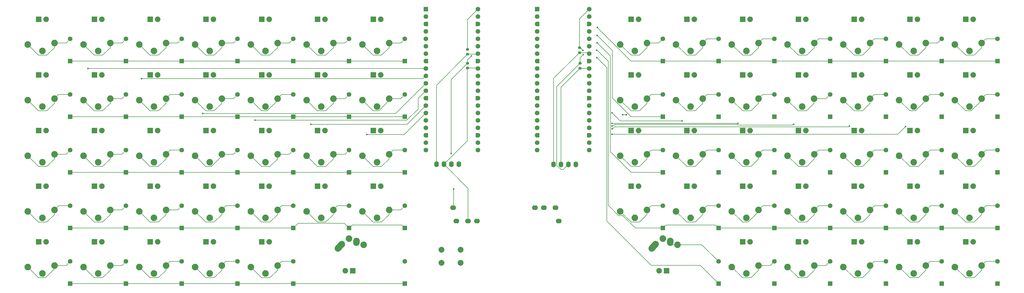
<source format=gbr>
%TF.GenerationSoftware,KiCad,Pcbnew,9.0.3*%
%TF.CreationDate,2025-07-31T16:32:47-07:00*%
%TF.ProjectId,fortissimo-ii,666f7274-6973-4736-996d-6f2d69692e6b,rev?*%
%TF.SameCoordinates,Original*%
%TF.FileFunction,Copper,L2,Bot*%
%TF.FilePolarity,Positive*%
%FSLAX46Y46*%
G04 Gerber Fmt 4.6, Leading zero omitted, Abs format (unit mm)*
G04 Created by KiCad (PCBNEW 9.0.3) date 2025-07-31 16:32:47*
%MOMM*%
%LPD*%
G01*
G04 APERTURE LIST*
G04 Aperture macros list*
%AMRoundRect*
0 Rectangle with rounded corners*
0 $1 Rounding radius*
0 $2 $3 $4 $5 $6 $7 $8 $9 X,Y pos of 4 corners*
0 Add a 4 corners polygon primitive as box body*
4,1,4,$2,$3,$4,$5,$6,$7,$8,$9,$2,$3,0*
0 Add four circle primitives for the rounded corners*
1,1,$1+$1,$2,$3*
1,1,$1+$1,$4,$5*
1,1,$1+$1,$6,$7*
1,1,$1+$1,$8,$9*
0 Add four rect primitives between the rounded corners*
20,1,$1+$1,$2,$3,$4,$5,0*
20,1,$1+$1,$4,$5,$6,$7,0*
20,1,$1+$1,$6,$7,$8,$9,0*
20,1,$1+$1,$8,$9,$2,$3,0*%
%AMHorizOval*
0 Thick line with rounded ends*
0 $1 width*
0 $2 $3 position (X,Y) of the first rounded end (center of the circle)*
0 $4 $5 position (X,Y) of the second rounded end (center of the circle)*
0 Add line between two ends*
20,1,$1,$2,$3,$4,$5,0*
0 Add two circle primitives to create the rounded ends*
1,1,$1,$2,$3*
1,1,$1,$4,$5*%
%AMFreePoly0*
4,1,37,0.603843,0.796157,0.639018,0.796157,0.711114,0.766294,0.766294,0.711114,0.796157,0.639018,0.796157,0.603843,0.800000,0.600000,0.800000,-0.600000,0.796157,-0.603843,0.796157,-0.639018,0.766294,-0.711114,0.711114,-0.766294,0.639018,-0.796157,0.603843,-0.796157,0.600000,-0.800000,0.000000,-0.800000,0.000000,-0.796148,-0.078414,-0.796148,-0.232228,-0.765552,-0.377117,-0.705537,
-0.507515,-0.618408,-0.618408,-0.507515,-0.705537,-0.377117,-0.765552,-0.232228,-0.796148,-0.078414,-0.796148,0.078414,-0.765552,0.232228,-0.705537,0.377117,-0.618408,0.507515,-0.507515,0.618408,-0.377117,0.705537,-0.232228,0.765552,-0.078414,0.796148,0.000000,0.796148,0.000000,0.800000,0.600000,0.800000,0.603843,0.796157,0.603843,0.796157,$1*%
%AMFreePoly1*
4,1,37,0.000000,0.796148,0.078414,0.796148,0.232228,0.765552,0.377117,0.705537,0.507515,0.618408,0.618408,0.507515,0.705537,0.377117,0.765552,0.232228,0.796148,0.078414,0.796148,-0.078414,0.765552,-0.232228,0.705537,-0.377117,0.618408,-0.507515,0.507515,-0.618408,0.377117,-0.705537,0.232228,-0.765552,0.078414,-0.796148,0.000000,-0.796148,0.000000,-0.800000,-0.600000,-0.800000,
-0.603843,-0.796157,-0.639018,-0.796157,-0.711114,-0.766294,-0.766294,-0.711114,-0.796157,-0.639018,-0.796157,-0.603843,-0.800000,-0.600000,-0.800000,0.600000,-0.796157,0.603843,-0.796157,0.639018,-0.766294,0.711114,-0.711114,0.766294,-0.639018,0.796157,-0.603843,0.796157,-0.600000,0.800000,0.000000,0.800000,0.000000,0.796148,0.000000,0.796148,$1*%
G04 Aperture macros list end*
%TA.AperFunction,ComponentPad*%
%ADD10C,2.250000*%
%TD*%
%TA.AperFunction,ComponentPad*%
%ADD11C,1.905000*%
%TD*%
%TA.AperFunction,ComponentPad*%
%ADD12R,1.905000X1.905000*%
%TD*%
%TA.AperFunction,ComponentPad*%
%ADD13O,2.000000X1.600000*%
%TD*%
%TA.AperFunction,ComponentPad*%
%ADD14HorizOval,2.250000X0.654995X0.730004X-0.654995X-0.730004X0*%
%TD*%
%TA.AperFunction,ComponentPad*%
%ADD15HorizOval,2.250000X0.019771X0.290016X-0.019771X-0.290016X0*%
%TD*%
%TA.AperFunction,ComponentPad*%
%ADD16O,1.600000X2.000000*%
%TD*%
%TA.AperFunction,ComponentPad*%
%ADD17C,2.000000*%
%TD*%
%TA.AperFunction,ComponentPad*%
%ADD18RoundRect,0.200000X-0.600000X-0.600000X0.600000X-0.600000X0.600000X0.600000X-0.600000X0.600000X0*%
%TD*%
%TA.AperFunction,ComponentPad*%
%ADD19C,1.600000*%
%TD*%
%TA.AperFunction,ComponentPad*%
%ADD20FreePoly0,0.000000*%
%TD*%
%TA.AperFunction,ComponentPad*%
%ADD21FreePoly1,0.000000*%
%TD*%
%TA.AperFunction,ComponentPad*%
%ADD22RoundRect,0.250000X0.550000X-0.550000X0.550000X0.550000X-0.550000X0.550000X-0.550000X-0.550000X0*%
%TD*%
%TA.AperFunction,SMDPad,CuDef*%
%ADD23RoundRect,0.200000X-0.275000X0.200000X-0.275000X-0.200000X0.275000X-0.200000X0.275000X0.200000X0*%
%TD*%
%TA.AperFunction,ViaPad*%
%ADD24C,0.600000*%
%TD*%
%TA.AperFunction,Conductor*%
%ADD25C,0.200000*%
%TD*%
G04 APERTURE END LIST*
D10*
%TO.P,SW9,1,1*%
%TO.N,/L_col_2*%
X61912500Y-58437500D03*
%TO.P,SW9,2,2*%
%TO.N,Net-(D9-A)*%
X56912500Y-56187500D03*
X66042500Y-55687500D03*
D11*
%TO.P,SW9,3*%
%TO.N,N/C*%
X63182500Y-47587500D03*
D12*
%TO.P,SW9,4*%
X60642500Y-47587500D03*
%TD*%
D10*
%TO.P,SW43,1,1*%
%TO.N,/R_col_2*%
X264318750Y-77487500D03*
%TO.P,SW43,2,2*%
%TO.N,Net-(D45-A)*%
X259318750Y-75237500D03*
X268448750Y-74737500D03*
D11*
%TO.P,SW43,3*%
%TO.N,N/C*%
X265588750Y-66637500D03*
D12*
%TO.P,SW43,4*%
X263048750Y-66637500D03*
%TD*%
D10*
%TO.P,SW48,1,1*%
%TO.N,/R_col_3*%
X283368750Y-77487500D03*
%TO.P,SW48,2,2*%
%TO.N,Net-(D50-A)*%
X278368750Y-75237500D03*
X287498750Y-74737500D03*
D11*
%TO.P,SW48,3*%
%TO.N,N/C*%
X284638750Y-66637500D03*
D12*
%TO.P,SW48,4*%
X282098750Y-66637500D03*
%TD*%
D10*
%TO.P,SW21,1,1*%
%TO.N,/L_col_7*%
X157162500Y-77487500D03*
%TO.P,SW21,2,2*%
%TO.N,Net-(D21-A)*%
X152162500Y-75237500D03*
X161292500Y-74737500D03*
D11*
%TO.P,SW21,3*%
%TO.N,N/C*%
X158432500Y-66637500D03*
D12*
%TO.P,SW21,4*%
X155892500Y-66637500D03*
%TD*%
D13*
%TO.P,J2,R1*%
%TO.N,/R_SCL*%
X214150000Y-93025000D03*
%TO.P,J2,R2*%
%TO.N,/R_SDA*%
X211150000Y-93025000D03*
%TO.P,J2,S*%
%TO.N,VBUS*%
X219250000Y-97625000D03*
%TO.P,J2,T*%
%TO.N,GND*%
X218150000Y-93025000D03*
%TD*%
D10*
%TO.P,SW26,1,1*%
%TO.N,/L_col_5*%
X119062500Y-96537500D03*
%TO.P,SW26,2,2*%
%TO.N,Net-(D26-A)*%
X114062500Y-94287500D03*
X123192500Y-93787500D03*
D11*
%TO.P,SW26,3*%
%TO.N,N/C*%
X120332500Y-85687500D03*
D12*
%TO.P,SW26,4*%
X117792500Y-85687500D03*
%TD*%
D10*
%TO.P,SW29,1,1*%
%TO.N,/L_col_1*%
X42862500Y-115587500D03*
%TO.P,SW29,2,2*%
%TO.N,Net-(D29-A)*%
X37862500Y-113337500D03*
X46992500Y-112837500D03*
D11*
%TO.P,SW29,3*%
%TO.N,N/C*%
X44132500Y-104737500D03*
D12*
%TO.P,SW29,4*%
X41592500Y-104737500D03*
%TD*%
D10*
%TO.P,SW52,1,1*%
%TO.N,/R_col_4*%
X302350000Y-58437500D03*
%TO.P,SW52,2,2*%
%TO.N,Net-(D54-A)*%
X297350000Y-56187500D03*
X306480000Y-55687500D03*
D11*
%TO.P,SW52,3*%
%TO.N,N/C*%
X303620000Y-47587500D03*
D12*
%TO.P,SW52,4*%
X301080000Y-47587500D03*
%TD*%
D10*
%TO.P,SW61,1,1*%
%TO.N,/R_col_6*%
X340518750Y-39387500D03*
%TO.P,SW61,2,2*%
%TO.N,Net-(D63-A)*%
X335518750Y-37137500D03*
X344648750Y-36637500D03*
D11*
%TO.P,SW61,3*%
%TO.N,N/C*%
X341788750Y-28537500D03*
D12*
%TO.P,SW61,4*%
X339248750Y-28537500D03*
%TD*%
D10*
%TO.P,SW64,1,1*%
%TO.N,/R_col_6*%
X340518750Y-96537500D03*
%TO.P,SW64,2,2*%
%TO.N,Net-(D66-A)*%
X335518750Y-94287500D03*
X344648750Y-93787500D03*
D11*
%TO.P,SW64,3*%
%TO.N,N/C*%
X341788750Y-85687500D03*
D12*
%TO.P,SW64,4*%
X339248750Y-85687500D03*
%TD*%
D10*
%TO.P,SW56,1,1*%
%TO.N,/R_col_5*%
X321468750Y-39387500D03*
%TO.P,SW56,2,2*%
%TO.N,Net-(D58-A)*%
X316468750Y-37137500D03*
X325598750Y-36637500D03*
D11*
%TO.P,SW56,3*%
%TO.N,N/C*%
X322738750Y-28537500D03*
D12*
%TO.P,SW56,4*%
X320198750Y-28537500D03*
%TD*%
D10*
%TO.P,SW62,1,1*%
%TO.N,/R_col_6*%
X340518750Y-58437500D03*
%TO.P,SW62,2,2*%
%TO.N,Net-(D64-A)*%
X335518750Y-56187500D03*
X344648750Y-55687500D03*
D11*
%TO.P,SW62,3*%
%TO.N,N/C*%
X341788750Y-47587500D03*
D12*
%TO.P,SW62,4*%
X339248750Y-47587500D03*
%TD*%
D10*
%TO.P,SW2,1,1*%
%TO.N,/L_col_2*%
X61912500Y-39387500D03*
%TO.P,SW2,2,2*%
%TO.N,Net-(D2-A)*%
X56912500Y-37137500D03*
X66042500Y-36637500D03*
D11*
%TO.P,SW2,3*%
%TO.N,N/C*%
X63182500Y-28537500D03*
D12*
%TO.P,SW2,4*%
X60642500Y-28537500D03*
%TD*%
D10*
%TO.P,SW54,1,1*%
%TO.N,/R_col_4*%
X302418750Y-96537500D03*
%TO.P,SW54,2,2*%
%TO.N,Net-(D56-A)*%
X297418750Y-94287500D03*
X306548750Y-93787500D03*
D11*
%TO.P,SW54,3*%
%TO.N,N/C*%
X303688750Y-85687500D03*
D12*
%TO.P,SW54,4*%
X301148750Y-85687500D03*
%TD*%
D10*
%TO.P,SW31,1,1*%
%TO.N,/L_col_3*%
X80962500Y-115587500D03*
%TO.P,SW31,2,2*%
%TO.N,Net-(D31-A)*%
X75962500Y-113337500D03*
X85092500Y-112837500D03*
D11*
%TO.P,SW31,3*%
%TO.N,N/C*%
X82232500Y-104737500D03*
D12*
%TO.P,SW31,4*%
X79692500Y-104737500D03*
%TD*%
D10*
%TO.P,SW65,1,1*%
%TO.N,/R_col_7*%
X359568750Y-115587500D03*
%TO.P,SW65,2,2*%
%TO.N,Net-(D67-A)*%
X354568750Y-113337500D03*
X363698750Y-112837500D03*
D11*
%TO.P,SW65,3*%
%TO.N,N/C*%
X360838750Y-104737500D03*
D12*
%TO.P,SW65,4*%
X358298750Y-104737500D03*
%TD*%
D10*
%TO.P,SW25,1,1*%
%TO.N,/L_col_4*%
X100012500Y-96537500D03*
%TO.P,SW25,2,2*%
%TO.N,Net-(D25-A)*%
X95012500Y-94287500D03*
X104142500Y-93787500D03*
D11*
%TO.P,SW25,3*%
%TO.N,N/C*%
X101282500Y-85687500D03*
D12*
%TO.P,SW25,4*%
X98742500Y-85687500D03*
%TD*%
D10*
%TO.P,SW4,1,1*%
%TO.N,/L_col_4*%
X100012500Y-39387500D03*
%TO.P,SW4,2,2*%
%TO.N,Net-(D4-A)*%
X95012500Y-37137500D03*
X104142500Y-36637500D03*
D11*
%TO.P,SW4,3*%
%TO.N,N/C*%
X101282500Y-28537500D03*
D12*
%TO.P,SW4,4*%
X98742500Y-28537500D03*
%TD*%
D14*
%TO.P,SW34,1,1*%
%TO.N,/L_col_6*%
X144482495Y-106267496D03*
D10*
X145137500Y-105537500D03*
X147637500Y-103637500D03*
D15*
%TO.P,SW34,2,2*%
%TO.N,Net-(D34-A)*%
X150157271Y-104747484D03*
D10*
X150177500Y-104457500D03*
X152637500Y-105737500D03*
D11*
%TO.P,SW34,3*%
%TO.N,N/C*%
X146367500Y-114617500D03*
D12*
%TO.P,SW34,4*%
X148907500Y-114617500D03*
%TD*%
D10*
%TO.P,SW14,1,1*%
%TO.N,/L_col_7*%
X157162500Y-58437500D03*
%TO.P,SW14,2,2*%
%TO.N,Net-(D14-A)*%
X152162500Y-56187500D03*
X161292500Y-55687500D03*
D11*
%TO.P,SW14,3*%
%TO.N,N/C*%
X158432500Y-47587500D03*
D12*
%TO.P,SW14,4*%
X155892500Y-47587500D03*
%TD*%
D10*
%TO.P,SW8,1,1*%
%TO.N,/L_col_1*%
X42862500Y-58437500D03*
%TO.P,SW8,2,2*%
%TO.N,Net-(D8-A)*%
X37862500Y-56187500D03*
X46992500Y-55687500D03*
D11*
%TO.P,SW8,3*%
%TO.N,N/C*%
X44132500Y-47587500D03*
D12*
%TO.P,SW8,4*%
X41592500Y-47587500D03*
%TD*%
D10*
%TO.P,SW6,1,1*%
%TO.N,/L_col_6*%
X138112500Y-39387500D03*
%TO.P,SW6,2,2*%
%TO.N,Net-(D6-A)*%
X133112500Y-37137500D03*
X142242500Y-36637500D03*
D11*
%TO.P,SW6,3*%
%TO.N,N/C*%
X139382500Y-28537500D03*
D12*
%TO.P,SW6,4*%
X136842500Y-28537500D03*
%TD*%
D10*
%TO.P,SW5,1,1*%
%TO.N,/L_col_5*%
X119062500Y-39387500D03*
%TO.P,SW5,2,2*%
%TO.N,Net-(D5-A)*%
X114062500Y-37137500D03*
X123192500Y-36637500D03*
D11*
%TO.P,SW5,3*%
%TO.N,N/C*%
X120332500Y-28537500D03*
D12*
%TO.P,SW5,4*%
X117792500Y-28537500D03*
%TD*%
D10*
%TO.P,SW67,1,1*%
%TO.N,/R_col_7*%
X359568750Y-58437500D03*
%TO.P,SW67,2,2*%
%TO.N,Net-(D69-A)*%
X354568750Y-56187500D03*
X363698750Y-55687500D03*
D11*
%TO.P,SW67,3*%
%TO.N,N/C*%
X360838750Y-47587500D03*
D12*
%TO.P,SW67,4*%
X358298750Y-47587500D03*
%TD*%
D16*
%TO.P,Brd2,1,GND*%
%TO.N,GND*%
X225120000Y-78225000D03*
%TO.P,Brd2,2,VCC*%
%TO.N,VBUS*%
X222580000Y-78225000D03*
%TO.P,Brd2,3,SCL*%
%TO.N,/R_SCL*%
X220040000Y-78225000D03*
%TO.P,Brd2,4,SDA*%
%TO.N,/R_SDA*%
X217500000Y-78225000D03*
%TD*%
D10*
%TO.P,SW46,1,1*%
%TO.N,/R_col_3*%
X283368750Y-39387500D03*
%TO.P,SW46,2,2*%
%TO.N,Net-(D48-A)*%
X278368750Y-37137500D03*
X287498750Y-36637500D03*
D11*
%TO.P,SW46,3*%
%TO.N,N/C*%
X284638750Y-28537500D03*
D12*
%TO.P,SW46,4*%
X282098750Y-28537500D03*
%TD*%
D10*
%TO.P,SW66,1,1*%
%TO.N,/R_col_7*%
X359568750Y-39387500D03*
%TO.P,SW66,2,2*%
%TO.N,Net-(D68-A)*%
X354568750Y-37137500D03*
X363698750Y-36637500D03*
D11*
%TO.P,SW66,3*%
%TO.N,N/C*%
X360838750Y-28537500D03*
D12*
%TO.P,SW66,4*%
X358298750Y-28537500D03*
%TD*%
D10*
%TO.P,SW18,1,1*%
%TO.N,/L_col_4*%
X100012500Y-77487500D03*
%TO.P,SW18,2,2*%
%TO.N,Net-(D18-A)*%
X95012500Y-75237500D03*
X104142500Y-74737500D03*
D11*
%TO.P,SW18,3*%
%TO.N,N/C*%
X101282500Y-66637500D03*
D12*
%TO.P,SW18,4*%
X98742500Y-66637500D03*
%TD*%
D10*
%TO.P,SW20,1,1*%
%TO.N,/L_col_6*%
X138112500Y-77487500D03*
%TO.P,SW20,2,2*%
%TO.N,Net-(D20-A)*%
X133112500Y-75237500D03*
X142242500Y-74737500D03*
D11*
%TO.P,SW20,3*%
%TO.N,N/C*%
X139382500Y-66637500D03*
D12*
%TO.P,SW20,4*%
X136842500Y-66637500D03*
%TD*%
D10*
%TO.P,SW37,1,1*%
%TO.N,/R_col_1*%
X245268750Y-58437500D03*
%TO.P,SW37,2,2*%
%TO.N,Net-(D39-A)*%
X240268750Y-56187500D03*
X249398750Y-55687500D03*
D11*
%TO.P,SW37,3*%
%TO.N,N/C*%
X246538750Y-47587500D03*
D12*
%TO.P,SW37,4*%
X243998750Y-47587500D03*
%TD*%
D10*
%TO.P,SW1,1,1*%
%TO.N,/L_col_1*%
X42862500Y-39387500D03*
%TO.P,SW1,2,2*%
%TO.N,Net-(D1-A)*%
X37862500Y-37137500D03*
X46992500Y-36637500D03*
D11*
%TO.P,SW1,3*%
%TO.N,N/C*%
X44132500Y-28537500D03*
D12*
%TO.P,SW1,4*%
X41592500Y-28537500D03*
%TD*%
D10*
%TO.P,SW24,1,1*%
%TO.N,/L_col_3*%
X80962500Y-96537500D03*
%TO.P,SW24,2,2*%
%TO.N,Net-(D24-A)*%
X75962500Y-94287500D03*
X85092500Y-93787500D03*
D11*
%TO.P,SW24,3*%
%TO.N,N/C*%
X82232500Y-85687500D03*
D12*
%TO.P,SW24,4*%
X79692500Y-85687500D03*
%TD*%
D10*
%TO.P,SW57,1,1*%
%TO.N,/R_col_5*%
X321468750Y-58437500D03*
%TO.P,SW57,2,2*%
%TO.N,Net-(D59-A)*%
X316468750Y-56187500D03*
X325598750Y-55687500D03*
D11*
%TO.P,SW57,3*%
%TO.N,N/C*%
X322738750Y-47587500D03*
D12*
%TO.P,SW57,4*%
X320198750Y-47587500D03*
%TD*%
D10*
%TO.P,SW27,1,1*%
%TO.N,/L_col_6*%
X138112500Y-96537500D03*
%TO.P,SW27,2,2*%
%TO.N,Net-(D27-A)*%
X133112500Y-94287500D03*
X142242500Y-93787500D03*
D11*
%TO.P,SW27,3*%
%TO.N,N/C*%
X139382500Y-85687500D03*
D12*
%TO.P,SW27,4*%
X136842500Y-85687500D03*
%TD*%
D10*
%TO.P,SW68,1,1*%
%TO.N,/R_col_7*%
X359568750Y-77487500D03*
%TO.P,SW68,2,2*%
%TO.N,Net-(D70-A)*%
X354568750Y-75237500D03*
X363698750Y-74737500D03*
D11*
%TO.P,SW68,3*%
%TO.N,N/C*%
X360838750Y-66637500D03*
D12*
%TO.P,SW68,4*%
X358298750Y-66637500D03*
%TD*%
D10*
%TO.P,SW36,1,1*%
%TO.N,/R_col_1*%
X245268750Y-39387500D03*
%TO.P,SW36,2,2*%
%TO.N,Net-(D38-A)*%
X240268750Y-37137500D03*
X249398750Y-36637500D03*
D11*
%TO.P,SW36,3*%
%TO.N,N/C*%
X246538750Y-28537500D03*
D12*
%TO.P,SW36,4*%
X243998750Y-28537500D03*
%TD*%
D10*
%TO.P,SW32,1,1*%
%TO.N,/L_col_4*%
X100012500Y-115587500D03*
%TO.P,SW32,2,2*%
%TO.N,Net-(D32-A)*%
X95012500Y-113337500D03*
X104142500Y-112837500D03*
D11*
%TO.P,SW32,3*%
%TO.N,N/C*%
X101282500Y-104737500D03*
D12*
%TO.P,SW32,4*%
X98742500Y-104737500D03*
%TD*%
D10*
%TO.P,SW3,1,1*%
%TO.N,/L_col_3*%
X80962500Y-39387500D03*
%TO.P,SW3,2,2*%
%TO.N,Net-(D3-A)*%
X75962500Y-37137500D03*
X85092500Y-36637500D03*
D11*
%TO.P,SW3,3*%
%TO.N,N/C*%
X82232500Y-28537500D03*
D12*
%TO.P,SW3,4*%
X79692500Y-28537500D03*
%TD*%
D10*
%TO.P,SW58,1,1*%
%TO.N,/R_col_5*%
X321468750Y-77487500D03*
%TO.P,SW58,2,2*%
%TO.N,Net-(D60-A)*%
X316468750Y-75237500D03*
X325598750Y-74737500D03*
D11*
%TO.P,SW58,3*%
%TO.N,N/C*%
X322738750Y-66637500D03*
D12*
%TO.P,SW58,4*%
X320198750Y-66637500D03*
%TD*%
D10*
%TO.P,SW33,1,1*%
%TO.N,/L_col_5*%
X119062500Y-115587500D03*
%TO.P,SW33,2,2*%
%TO.N,Net-(D33-A)*%
X114062500Y-113337500D03*
X123192500Y-112837500D03*
D11*
%TO.P,SW33,3*%
%TO.N,N/C*%
X120332500Y-104737500D03*
D12*
%TO.P,SW33,4*%
X117792500Y-104737500D03*
%TD*%
D10*
%TO.P,SW63,1,1*%
%TO.N,/R_col_6*%
X340518750Y-77487500D03*
%TO.P,SW63,2,2*%
%TO.N,Net-(D65-A)*%
X335518750Y-75237500D03*
X344648750Y-74737500D03*
D11*
%TO.P,SW63,3*%
%TO.N,N/C*%
X341788750Y-66637500D03*
D12*
%TO.P,SW63,4*%
X339248750Y-66637500D03*
%TD*%
D13*
%TO.P,J1,R1*%
%TO.N,/L_SCL*%
X188281250Y-97631250D03*
%TO.P,J1,R2*%
%TO.N,/L_SDA*%
X191281250Y-97631250D03*
%TO.P,J1,S*%
%TO.N,VBUS*%
X183181250Y-93031250D03*
%TO.P,J1,T*%
%TO.N,GND*%
X184281250Y-97631250D03*
%TD*%
D10*
%TO.P,SW53,1,1*%
%TO.N,/R_col_4*%
X302418750Y-77487500D03*
%TO.P,SW53,2,2*%
%TO.N,Net-(D55-A)*%
X297418750Y-75237500D03*
X306548750Y-74737500D03*
D11*
%TO.P,SW53,3*%
%TO.N,N/C*%
X303688750Y-66637500D03*
D12*
%TO.P,SW53,4*%
X301148750Y-66637500D03*
%TD*%
D10*
%TO.P,SW22,1,1*%
%TO.N,/L_col_1*%
X42862500Y-96537500D03*
%TO.P,SW22,2,2*%
%TO.N,Net-(D22-A)*%
X37862500Y-94287500D03*
X46992500Y-93787500D03*
D11*
%TO.P,SW22,3*%
%TO.N,N/C*%
X44132500Y-85687500D03*
D12*
%TO.P,SW22,4*%
X41592500Y-85687500D03*
%TD*%
D10*
%TO.P,SW60,1,1*%
%TO.N,/R_col_6*%
X340518750Y-115587500D03*
%TO.P,SW60,2,2*%
%TO.N,Net-(D62-A)*%
X335518750Y-113337500D03*
X344648750Y-112837500D03*
D11*
%TO.P,SW60,3*%
%TO.N,N/C*%
X341788750Y-104737500D03*
D12*
%TO.P,SW60,4*%
X339248750Y-104737500D03*
%TD*%
D10*
%TO.P,SW44,1,1*%
%TO.N,/R_col_2*%
X264318750Y-96537500D03*
%TO.P,SW44,2,2*%
%TO.N,Net-(D46-A)*%
X259318750Y-94287500D03*
X268448750Y-93787500D03*
D11*
%TO.P,SW44,3*%
%TO.N,N/C*%
X265588750Y-85687500D03*
D12*
%TO.P,SW44,4*%
X263048750Y-85687500D03*
%TD*%
D10*
%TO.P,SW11,1,1*%
%TO.N,/L_col_4*%
X100012500Y-58437500D03*
%TO.P,SW11,2,2*%
%TO.N,Net-(D11-A)*%
X95012500Y-56187500D03*
X104142500Y-55687500D03*
D11*
%TO.P,SW11,3*%
%TO.N,N/C*%
X101282500Y-47587500D03*
D12*
%TO.P,SW11,4*%
X98742500Y-47587500D03*
%TD*%
D10*
%TO.P,SW39,1,1*%
%TO.N,/R_col_1*%
X245268750Y-96537500D03*
%TO.P,SW39,2,2*%
%TO.N,Net-(D41-A)*%
X240268750Y-94287500D03*
X249398750Y-93787500D03*
D11*
%TO.P,SW39,3*%
%TO.N,N/C*%
X246538750Y-85687500D03*
D12*
%TO.P,SW39,4*%
X243998750Y-85687500D03*
%TD*%
D10*
%TO.P,SW7,1,1*%
%TO.N,/L_col_7*%
X157162500Y-39387500D03*
%TO.P,SW7,2,2*%
%TO.N,Net-(D7-A)*%
X152162500Y-37137500D03*
X161292500Y-36637500D03*
D11*
%TO.P,SW7,3*%
%TO.N,N/C*%
X158432500Y-28537500D03*
D12*
%TO.P,SW7,4*%
X155892500Y-28537500D03*
%TD*%
D17*
%TO.P,SW35,1,1*%
%TO.N,Net-(A1-GPIO15)*%
X179237500Y-107418750D03*
X185737500Y-107418750D03*
%TO.P,SW35,2,2*%
%TO.N,GND*%
X179237500Y-111918750D03*
X185737500Y-111918750D03*
%TD*%
D10*
%TO.P,SW23,1,1*%
%TO.N,/L_col_2*%
X61912500Y-96537500D03*
%TO.P,SW23,2,2*%
%TO.N,Net-(D23-A)*%
X56912500Y-94287500D03*
X66042500Y-93787500D03*
D11*
%TO.P,SW23,3*%
%TO.N,N/C*%
X63182500Y-85687500D03*
D12*
%TO.P,SW23,4*%
X60642500Y-85687500D03*
%TD*%
D10*
%TO.P,SW13,1,1*%
%TO.N,/L_col_6*%
X138112500Y-58437500D03*
%TO.P,SW13,2,2*%
%TO.N,Net-(D13-A)*%
X133112500Y-56187500D03*
X142242500Y-55687500D03*
D11*
%TO.P,SW13,3*%
%TO.N,N/C*%
X139382500Y-47587500D03*
D12*
%TO.P,SW13,4*%
X136842500Y-47587500D03*
%TD*%
D10*
%TO.P,SW55,1,1*%
%TO.N,/R_col_5*%
X321468750Y-115587500D03*
%TO.P,SW55,2,2*%
%TO.N,Net-(D57-A)*%
X316468750Y-113337500D03*
X325598750Y-112837500D03*
D11*
%TO.P,SW55,3*%
%TO.N,N/C*%
X322738750Y-104737500D03*
D12*
%TO.P,SW55,4*%
X320198750Y-104737500D03*
%TD*%
D10*
%TO.P,SW10,1,1*%
%TO.N,/L_col_3*%
X80962500Y-58437500D03*
%TO.P,SW10,2,2*%
%TO.N,Net-(D10-A)*%
X75962500Y-56187500D03*
X85092500Y-55687500D03*
D11*
%TO.P,SW10,3*%
%TO.N,N/C*%
X82232500Y-47587500D03*
D12*
%TO.P,SW10,4*%
X79692500Y-47587500D03*
%TD*%
D10*
%TO.P,SW41,1,1*%
%TO.N,/R_col_2*%
X264318750Y-39387500D03*
%TO.P,SW41,2,2*%
%TO.N,Net-(D43-A)*%
X259318750Y-37137500D03*
X268448750Y-36637500D03*
D11*
%TO.P,SW41,3*%
%TO.N,N/C*%
X265588750Y-28537500D03*
D12*
%TO.P,SW41,4*%
X263048750Y-28537500D03*
%TD*%
D10*
%TO.P,SW51,1,1*%
%TO.N,/R_col_4*%
X302418750Y-39387500D03*
%TO.P,SW51,2,2*%
%TO.N,Net-(D53-A)*%
X297418750Y-37137500D03*
X306548750Y-36637500D03*
D11*
%TO.P,SW51,3*%
%TO.N,N/C*%
X303688750Y-28537500D03*
D12*
%TO.P,SW51,4*%
X301148750Y-28537500D03*
%TD*%
D10*
%TO.P,SW12,1,1*%
%TO.N,/L_col_5*%
X119062500Y-58437500D03*
%TO.P,SW12,2,2*%
%TO.N,Net-(D12-A)*%
X114062500Y-56187500D03*
X123192500Y-55687500D03*
D11*
%TO.P,SW12,3*%
%TO.N,N/C*%
X120332500Y-47587500D03*
D12*
%TO.P,SW12,4*%
X117792500Y-47587500D03*
%TD*%
D10*
%TO.P,SW49,1,1*%
%TO.N,/R_col_3*%
X283368750Y-96537500D03*
%TO.P,SW49,2,2*%
%TO.N,Net-(D51-A)*%
X278368750Y-94287500D03*
X287498750Y-93787500D03*
D11*
%TO.P,SW49,3*%
%TO.N,N/C*%
X284638750Y-85687500D03*
D12*
%TO.P,SW49,4*%
X282098750Y-85687500D03*
%TD*%
D10*
%TO.P,SW47,1,1*%
%TO.N,/R_col_3*%
X283368750Y-58437500D03*
%TO.P,SW47,2,2*%
%TO.N,Net-(D49-A)*%
X278368750Y-56187500D03*
X287498750Y-55687500D03*
D11*
%TO.P,SW47,3*%
%TO.N,N/C*%
X284638750Y-47587500D03*
D12*
%TO.P,SW47,4*%
X282098750Y-47587500D03*
%TD*%
D18*
%TO.P,A1,1,GPIO0*%
%TO.N,/L_row_1*%
X173831250Y-25060000D03*
D19*
%TO.P,A1,2,GPIO1*%
%TO.N,/L_row_2*%
X173831250Y-27600000D03*
D20*
%TO.P,A1,3,GND*%
%TO.N,GND*%
X173831250Y-30140000D03*
D19*
%TO.P,A1,4,GPIO2*%
%TO.N,/L_row_3*%
X173831250Y-32680000D03*
%TO.P,A1,5,GPIO3*%
%TO.N,/L_row_4*%
X173831250Y-35220000D03*
%TO.P,A1,6,GPIO4*%
%TO.N,/L_row_5*%
X173831250Y-37760000D03*
%TO.P,A1,7,GPIO5*%
%TO.N,/L_col_1*%
X173831250Y-40300000D03*
D20*
%TO.P,A1,8,GND*%
%TO.N,GND*%
X173831250Y-42840000D03*
D19*
%TO.P,A1,9,GPIO6*%
%TO.N,/L_col_2*%
X173831250Y-45380000D03*
%TO.P,A1,10,GPIO7*%
%TO.N,/L_col_3*%
X173831250Y-47920000D03*
%TO.P,A1,11,GPIO8*%
%TO.N,/L_col_4*%
X173831250Y-50460000D03*
%TO.P,A1,12,GPIO9*%
%TO.N,/L_col_5*%
X173831250Y-53000000D03*
D20*
%TO.P,A1,13,GND*%
%TO.N,GND*%
X173831250Y-55540000D03*
D19*
%TO.P,A1,14,GPIO10*%
%TO.N,/L_col_6*%
X173831250Y-58080000D03*
%TO.P,A1,15,GPIO11*%
%TO.N,/L_col_7*%
X173831250Y-60620000D03*
%TO.P,A1,16,GPIO12*%
%TO.N,unconnected-(A1-GPIO12-Pad16)*%
X173831250Y-63160000D03*
%TO.P,A1,17,GPIO13*%
%TO.N,unconnected-(A1-GPIO13-Pad17)*%
X173831250Y-65700000D03*
D20*
%TO.P,A1,18,GND*%
%TO.N,GND*%
X173831250Y-68240000D03*
D19*
%TO.P,A1,19,GPIO14*%
%TO.N,unconnected-(A1-GPIO14-Pad19)*%
X173831250Y-70780000D03*
%TO.P,A1,20,GPIO15*%
%TO.N,Net-(A1-GPIO15)*%
X173831250Y-73320000D03*
%TO.P,A1,21,GPIO16*%
%TO.N,unconnected-(A1-GPIO16-Pad21)*%
X191611250Y-73320000D03*
%TO.P,A1,22,GPIO17*%
%TO.N,unconnected-(A1-GPIO17-Pad22)*%
X191611250Y-70780000D03*
D21*
%TO.P,A1,23,GND*%
%TO.N,GND*%
X191611250Y-68240000D03*
D19*
%TO.P,A1,24,GPIO18*%
%TO.N,unconnected-(A1-GPIO18-Pad24)*%
X191611250Y-65700000D03*
%TO.P,A1,25,GPIO19*%
%TO.N,unconnected-(A1-GPIO19-Pad25)*%
X191611250Y-63160000D03*
%TO.P,A1,26,GPIO20*%
%TO.N,unconnected-(A1-GPIO20-Pad26)*%
X191611250Y-60620000D03*
%TO.P,A1,27,GPIO21*%
%TO.N,unconnected-(A1-GPIO21-Pad27)*%
X191611250Y-58080000D03*
D21*
%TO.P,A1,28,GND*%
%TO.N,GND*%
X191611250Y-55540000D03*
D19*
%TO.P,A1,29,GPIO22*%
%TO.N,unconnected-(A1-GPIO22-Pad29)*%
X191611250Y-53000000D03*
%TO.P,A1,30,RUN*%
%TO.N,unconnected-(A1-RUN-Pad30)*%
X191611250Y-50460000D03*
%TO.P,A1,31,GPIO26_ADC0*%
%TO.N,unconnected-(A1-GPIO26_ADC0-Pad31)*%
X191611250Y-47920000D03*
%TO.P,A1,32,GPIO27_ADC1*%
%TO.N,/L_SCL*%
X191611250Y-45380000D03*
D21*
%TO.P,A1,33,AGND*%
%TO.N,unconnected-(A1-AGND-Pad33)*%
X191611250Y-42840000D03*
D19*
%TO.P,A1,34,GPIO28_ADC2*%
%TO.N,/L_SDA*%
X191611250Y-40300000D03*
%TO.P,A1,35,ADC_VREF*%
%TO.N,unconnected-(A1-ADC_VREF-Pad35)*%
X191611250Y-37760000D03*
%TO.P,A1,36,3V3*%
%TO.N,unconnected-(A1-3V3-Pad36)*%
X191611250Y-35220000D03*
%TO.P,A1,37,3V3_EN*%
%TO.N,unconnected-(A1-3V3_EN-Pad37)*%
X191611250Y-32680000D03*
D21*
%TO.P,A1,38,GND*%
%TO.N,GND*%
X191611250Y-30140000D03*
D19*
%TO.P,A1,39,VSYS*%
%TO.N,unconnected-(A1-VSYS-Pad39)*%
X191611250Y-27600000D03*
%TO.P,A1,40,VBUS*%
%TO.N,VBUS*%
X191611250Y-25060000D03*
%TD*%
D10*
%TO.P,SW17,1,1*%
%TO.N,/L_col_3*%
X80962500Y-77487500D03*
%TO.P,SW17,2,2*%
%TO.N,Net-(D17-A)*%
X75962500Y-75237500D03*
X85092500Y-74737500D03*
D11*
%TO.P,SW17,3*%
%TO.N,N/C*%
X82232500Y-66637500D03*
D12*
%TO.P,SW17,4*%
X79692500Y-66637500D03*
%TD*%
D10*
%TO.P,SW28,1,1*%
%TO.N,/L_col_7*%
X157162500Y-96537500D03*
%TO.P,SW28,2,2*%
%TO.N,Net-(D28-A)*%
X152162500Y-94287500D03*
X161292500Y-93787500D03*
D11*
%TO.P,SW28,3*%
%TO.N,N/C*%
X158432500Y-85687500D03*
D12*
%TO.P,SW28,4*%
X155892500Y-85687500D03*
%TD*%
D10*
%TO.P,SW59,1,1*%
%TO.N,/R_col_5*%
X321468750Y-96537500D03*
%TO.P,SW59,2,2*%
%TO.N,Net-(D61-A)*%
X316468750Y-94287500D03*
X325598750Y-93787500D03*
D11*
%TO.P,SW59,3*%
%TO.N,N/C*%
X322738750Y-85687500D03*
D12*
%TO.P,SW59,4*%
X320198750Y-85687500D03*
%TD*%
D14*
%TO.P,SW40,1,1*%
%TO.N,/R_col_2*%
X251638745Y-106267496D03*
D10*
X252293750Y-105537500D03*
X254793750Y-103637500D03*
D15*
%TO.P,SW40,2,2*%
%TO.N,Net-(D42-A)*%
X257313521Y-104747484D03*
D10*
X257333750Y-104457500D03*
X259793750Y-105737500D03*
D11*
%TO.P,SW40,3*%
%TO.N,N/C*%
X253523750Y-114617500D03*
D12*
%TO.P,SW40,4*%
X256063750Y-114617500D03*
%TD*%
D10*
%TO.P,SW19,1,1*%
%TO.N,/L_col_5*%
X119062500Y-77487500D03*
%TO.P,SW19,2,2*%
%TO.N,Net-(D19-A)*%
X114062500Y-75237500D03*
X123192500Y-74737500D03*
D11*
%TO.P,SW19,3*%
%TO.N,N/C*%
X120332500Y-66637500D03*
D12*
%TO.P,SW19,4*%
X117792500Y-66637500D03*
%TD*%
D10*
%TO.P,SW16,1,1*%
%TO.N,/L_col_2*%
X61912500Y-77487500D03*
%TO.P,SW16,2,2*%
%TO.N,Net-(D16-A)*%
X56912500Y-75237500D03*
X66042500Y-74737500D03*
D11*
%TO.P,SW16,3*%
%TO.N,N/C*%
X63182500Y-66637500D03*
D12*
%TO.P,SW16,4*%
X60642500Y-66637500D03*
%TD*%
D18*
%TO.P,A2,1,GPIO0*%
%TO.N,/R_row_1*%
X211900000Y-25060000D03*
D19*
%TO.P,A2,2,GPIO1*%
%TO.N,/R_row_2*%
X211900000Y-27600000D03*
D20*
%TO.P,A2,3,GND*%
%TO.N,GND*%
X211900000Y-30140000D03*
D19*
%TO.P,A2,4,GPIO2*%
%TO.N,/R_row_3*%
X211900000Y-32680000D03*
%TO.P,A2,5,GPIO3*%
%TO.N,/R_row_4*%
X211900000Y-35220000D03*
%TO.P,A2,6,GPIO4*%
%TO.N,/R_row_5*%
X211900000Y-37760000D03*
%TO.P,A2,7,GPIO5*%
%TO.N,/R_col_1*%
X211900000Y-40300000D03*
D20*
%TO.P,A2,8,GND*%
%TO.N,GND*%
X211900000Y-42840000D03*
D19*
%TO.P,A2,9,GPIO6*%
%TO.N,/R_col_2*%
X211900000Y-45380000D03*
%TO.P,A2,10,GPIO7*%
%TO.N,/R_col_3*%
X211900000Y-47920000D03*
%TO.P,A2,11,GPIO8*%
%TO.N,/R_col_4*%
X211900000Y-50460000D03*
%TO.P,A2,12,GPIO9*%
%TO.N,/R_col_5*%
X211900000Y-53000000D03*
D20*
%TO.P,A2,13,GND*%
%TO.N,GND*%
X211900000Y-55540000D03*
D19*
%TO.P,A2,14,GPIO10*%
%TO.N,/R_col_6*%
X211900000Y-58080000D03*
%TO.P,A2,15,GPIO11*%
%TO.N,/R_col_7*%
X211900000Y-60620000D03*
%TO.P,A2,16,GPIO12*%
%TO.N,unconnected-(A2-GPIO12-Pad16)*%
X211900000Y-63160000D03*
%TO.P,A2,17,GPIO13*%
%TO.N,unconnected-(A2-GPIO13-Pad17)*%
X211900000Y-65700000D03*
D20*
%TO.P,A2,18,GND*%
%TO.N,GND*%
X211900000Y-68240000D03*
D19*
%TO.P,A2,19,GPIO14*%
%TO.N,unconnected-(A2-GPIO14-Pad19)*%
X211900000Y-70780000D03*
%TO.P,A2,20,GPIO15*%
%TO.N,unconnected-(A2-GPIO15-Pad20)*%
X211900000Y-73320000D03*
%TO.P,A2,21,GPIO16*%
%TO.N,unconnected-(A2-GPIO16-Pad21)*%
X229680000Y-73320000D03*
%TO.P,A2,22,GPIO17*%
%TO.N,unconnected-(A2-GPIO17-Pad22)*%
X229680000Y-70780000D03*
D21*
%TO.P,A2,23,GND*%
%TO.N,GND*%
X229680000Y-68240000D03*
D19*
%TO.P,A2,24,GPIO18*%
%TO.N,unconnected-(A2-GPIO18-Pad24)*%
X229680000Y-65700000D03*
%TO.P,A2,25,GPIO19*%
%TO.N,unconnected-(A2-GPIO19-Pad25)*%
X229680000Y-63160000D03*
%TO.P,A2,26,GPIO20*%
%TO.N,unconnected-(A2-GPIO20-Pad26)*%
X229680000Y-60620000D03*
%TO.P,A2,27,GPIO21*%
%TO.N,unconnected-(A2-GPIO21-Pad27)*%
X229680000Y-58080000D03*
D21*
%TO.P,A2,28,GND*%
%TO.N,GND*%
X229680000Y-55540000D03*
D19*
%TO.P,A2,29,GPIO22*%
%TO.N,unconnected-(A2-GPIO22-Pad29)*%
X229680000Y-53000000D03*
%TO.P,A2,30,RUN*%
%TO.N,unconnected-(A2-RUN-Pad30)*%
X229680000Y-50460000D03*
%TO.P,A2,31,GPIO26_ADC0*%
%TO.N,unconnected-(A2-GPIO26_ADC0-Pad31)*%
X229680000Y-47920000D03*
%TO.P,A2,32,GPIO27_ADC1*%
%TO.N,/R_SCL*%
X229680000Y-45380000D03*
D21*
%TO.P,A2,33,AGND*%
%TO.N,unconnected-(A2-AGND-Pad33)*%
X229680000Y-42840000D03*
D19*
%TO.P,A2,34,GPIO28_ADC2*%
%TO.N,/R_SDA*%
X229680000Y-40300000D03*
%TO.P,A2,35,ADC_VREF*%
%TO.N,unconnected-(A2-ADC_VREF-Pad35)*%
X229680000Y-37760000D03*
%TO.P,A2,36,3V3*%
%TO.N,unconnected-(A2-3V3-Pad36)*%
X229680000Y-35220000D03*
%TO.P,A2,37,3V3_EN*%
%TO.N,unconnected-(A2-3V3_EN-Pad37)*%
X229680000Y-32680000D03*
D21*
%TO.P,A2,38,GND*%
%TO.N,GND*%
X229680000Y-30140000D03*
D19*
%TO.P,A2,39,VSYS*%
%TO.N,unconnected-(A2-VSYS-Pad39)*%
X229680000Y-27600000D03*
%TO.P,A2,40,VBUS*%
%TO.N,VBUS*%
X229680000Y-25060000D03*
%TD*%
D10*
%TO.P,SW42,1,1*%
%TO.N,/R_col_2*%
X264318750Y-58437500D03*
%TO.P,SW42,2,2*%
%TO.N,Net-(D44-A)*%
X259318750Y-56187500D03*
X268448750Y-55687500D03*
D11*
%TO.P,SW42,3*%
%TO.N,N/C*%
X265588750Y-47587500D03*
D12*
%TO.P,SW42,4*%
X263048750Y-47587500D03*
%TD*%
D10*
%TO.P,SW50,1,1*%
%TO.N,/R_col_4*%
X302418750Y-115587500D03*
%TO.P,SW50,2,2*%
%TO.N,Net-(D52-A)*%
X297418750Y-113337500D03*
X306548750Y-112837500D03*
D11*
%TO.P,SW50,3*%
%TO.N,N/C*%
X303688750Y-104737500D03*
D12*
%TO.P,SW50,4*%
X301148750Y-104737500D03*
%TD*%
D10*
%TO.P,SW38,1,1*%
%TO.N,/R_col_1*%
X245268750Y-77487500D03*
%TO.P,SW38,2,2*%
%TO.N,Net-(D40-A)*%
X240268750Y-75237500D03*
X249398750Y-74737500D03*
D11*
%TO.P,SW38,3*%
%TO.N,N/C*%
X246538750Y-66637500D03*
D12*
%TO.P,SW38,4*%
X243998750Y-66637500D03*
%TD*%
D10*
%TO.P,SW15,1,1*%
%TO.N,/L_col_1*%
X42862500Y-77487500D03*
%TO.P,SW15,2,2*%
%TO.N,Net-(D15-A)*%
X37862500Y-75237500D03*
X46992500Y-74737500D03*
D11*
%TO.P,SW15,3*%
%TO.N,N/C*%
X44132500Y-66637500D03*
D12*
%TO.P,SW15,4*%
X41592500Y-66637500D03*
%TD*%
D10*
%TO.P,SW30,1,1*%
%TO.N,/L_col_2*%
X61912500Y-115587500D03*
%TO.P,SW30,2,2*%
%TO.N,Net-(D30-A)*%
X56912500Y-113337500D03*
X66042500Y-112837500D03*
D11*
%TO.P,SW30,3*%
%TO.N,N/C*%
X63182500Y-104737500D03*
D12*
%TO.P,SW30,4*%
X60642500Y-104737500D03*
%TD*%
D16*
%TO.P,Brd1,1,GND*%
%TO.N,GND*%
X185120000Y-78176400D03*
%TO.P,Brd1,2,VCC*%
%TO.N,VBUS*%
X182580000Y-78176400D03*
%TO.P,Brd1,3,SCL*%
%TO.N,/L_SCL*%
X180040000Y-78176400D03*
%TO.P,Brd1,4,SDA*%
%TO.N,/L_SDA*%
X177500000Y-78176400D03*
%TD*%
D10*
%TO.P,SW45,1,1*%
%TO.N,/R_col_3*%
X283368750Y-115587500D03*
%TO.P,SW45,2,2*%
%TO.N,Net-(D47-A)*%
X278368750Y-113337500D03*
X287498750Y-112837500D03*
D11*
%TO.P,SW45,3*%
%TO.N,N/C*%
X284638750Y-104737500D03*
D12*
%TO.P,SW45,4*%
X282098750Y-104737500D03*
%TD*%
D10*
%TO.P,SW69,1,1*%
%TO.N,/R_col_7*%
X359568750Y-96537500D03*
%TO.P,SW69,2,2*%
%TO.N,Net-(D71-A)*%
X354568750Y-94287500D03*
X363698750Y-93787500D03*
D11*
%TO.P,SW69,3*%
%TO.N,N/C*%
X360838750Y-85687500D03*
D12*
%TO.P,SW69,4*%
X358298750Y-85687500D03*
%TD*%
D22*
%TO.P,D10,1,K*%
%TO.N,/L_row_2*%
X90487500Y-61912500D03*
D19*
%TO.P,D10,2,A*%
%TO.N,Net-(D10-A)*%
X90487500Y-54292500D03*
%TD*%
D22*
%TO.P,D23,1,K*%
%TO.N,/L_row_4*%
X71437500Y-100012500D03*
D19*
%TO.P,D23,2,A*%
%TO.N,Net-(D23-A)*%
X71437500Y-92392500D03*
%TD*%
D22*
%TO.P,D21,1,K*%
%TO.N,/L_row_3*%
X166687500Y-80962500D03*
D19*
%TO.P,D21,2,A*%
%TO.N,Net-(D21-A)*%
X166687500Y-73342500D03*
%TD*%
D22*
%TO.P,D27,1,K*%
%TO.N,/L_row_4*%
X147637500Y-100012500D03*
D19*
%TO.P,D27,2,A*%
%TO.N,Net-(D27-A)*%
X147637500Y-92392500D03*
%TD*%
D22*
%TO.P,D58,1,K*%
%TO.N,/R_row_1*%
X330993750Y-42862500D03*
D19*
%TO.P,D58,2,A*%
%TO.N,Net-(D58-A)*%
X330993750Y-35242500D03*
%TD*%
D22*
%TO.P,D11,1,K*%
%TO.N,/L_row_2*%
X109537500Y-61912500D03*
D19*
%TO.P,D11,2,A*%
%TO.N,Net-(D11-A)*%
X109537500Y-54292500D03*
%TD*%
D22*
%TO.P,D12,1,K*%
%TO.N,/L_row_2*%
X128587500Y-61912500D03*
D19*
%TO.P,D12,2,A*%
%TO.N,Net-(D12-A)*%
X128587500Y-54292500D03*
%TD*%
D22*
%TO.P,D70,1,K*%
%TO.N,/R_row_3*%
X369093750Y-80962500D03*
D19*
%TO.P,D70,2,A*%
%TO.N,Net-(D70-A)*%
X369093750Y-73342500D03*
%TD*%
D22*
%TO.P,D8,1,K*%
%TO.N,/L_row_2*%
X52387500Y-61912500D03*
D19*
%TO.P,D8,2,A*%
%TO.N,Net-(D8-A)*%
X52387500Y-54292500D03*
%TD*%
D23*
%TO.P,R4,1*%
%TO.N,VBUS*%
X226525000Y-43625000D03*
%TO.P,R4,2*%
%TO.N,/R_SCL*%
X226525000Y-45275000D03*
%TD*%
D22*
%TO.P,D15,1,K*%
%TO.N,/L_row_3*%
X52387500Y-80962500D03*
D19*
%TO.P,D15,2,A*%
%TO.N,Net-(D15-A)*%
X52387500Y-73342500D03*
%TD*%
D22*
%TO.P,D43,1,K*%
%TO.N,/R_row_1*%
X273843750Y-42862500D03*
D19*
%TO.P,D43,2,A*%
%TO.N,Net-(D43-A)*%
X273843750Y-35242500D03*
%TD*%
D22*
%TO.P,D13,1,K*%
%TO.N,/L_row_2*%
X147637500Y-61912500D03*
D19*
%TO.P,D13,2,A*%
%TO.N,Net-(D13-A)*%
X147637500Y-54292500D03*
%TD*%
D22*
%TO.P,D25,1,K*%
%TO.N,/L_row_4*%
X109537500Y-100012500D03*
D19*
%TO.P,D25,2,A*%
%TO.N,Net-(D25-A)*%
X109537500Y-92392500D03*
%TD*%
D23*
%TO.P,R1,1*%
%TO.N,VBUS*%
X188118750Y-38831250D03*
%TO.P,R1,2*%
%TO.N,/L_SDA*%
X188118750Y-40481250D03*
%TD*%
D22*
%TO.P,D14,1,K*%
%TO.N,/L_row_2*%
X166687500Y-61912500D03*
D19*
%TO.P,D14,2,A*%
%TO.N,Net-(D14-A)*%
X166687500Y-54292500D03*
%TD*%
D22*
%TO.P,D51,1,K*%
%TO.N,/R_row_4*%
X292893750Y-100012500D03*
D19*
%TO.P,D51,2,A*%
%TO.N,Net-(D51-A)*%
X292893750Y-92392500D03*
%TD*%
D22*
%TO.P,D46,1,K*%
%TO.N,/R_row_4*%
X273843750Y-100012500D03*
D19*
%TO.P,D46,2,A*%
%TO.N,Net-(D46-A)*%
X273843750Y-92392500D03*
%TD*%
D22*
%TO.P,D26,1,K*%
%TO.N,/L_row_4*%
X128587500Y-100012500D03*
D19*
%TO.P,D26,2,A*%
%TO.N,Net-(D26-A)*%
X128587500Y-92392500D03*
%TD*%
D22*
%TO.P,D19,1,K*%
%TO.N,/L_row_3*%
X128587500Y-80962500D03*
D19*
%TO.P,D19,2,A*%
%TO.N,Net-(D19-A)*%
X128587500Y-73342500D03*
%TD*%
D22*
%TO.P,D16,1,K*%
%TO.N,/L_row_3*%
X71437500Y-80962500D03*
D19*
%TO.P,D16,2,A*%
%TO.N,Net-(D16-A)*%
X71437500Y-73342500D03*
%TD*%
D22*
%TO.P,D28,1,K*%
%TO.N,/L_row_4*%
X166687500Y-100012500D03*
D19*
%TO.P,D28,2,A*%
%TO.N,Net-(D28-A)*%
X166687500Y-92392500D03*
%TD*%
D22*
%TO.P,D54,1,K*%
%TO.N,/R_row_2*%
X311943750Y-61912500D03*
D19*
%TO.P,D54,2,A*%
%TO.N,Net-(D54-A)*%
X311943750Y-54292500D03*
%TD*%
D22*
%TO.P,D49,1,K*%
%TO.N,/R_row_2*%
X292893750Y-61912500D03*
D19*
%TO.P,D49,2,A*%
%TO.N,Net-(D49-A)*%
X292893750Y-54292500D03*
%TD*%
D22*
%TO.P,D60,1,K*%
%TO.N,/R_row_3*%
X330993750Y-80962500D03*
D19*
%TO.P,D60,2,A*%
%TO.N,Net-(D60-A)*%
X330993750Y-73342500D03*
%TD*%
D22*
%TO.P,D57,1,K*%
%TO.N,/R_row_5*%
X330993750Y-119062500D03*
D19*
%TO.P,D57,2,A*%
%TO.N,Net-(D57-A)*%
X330993750Y-111442500D03*
%TD*%
D22*
%TO.P,D31,1,K*%
%TO.N,/L_row_5*%
X90487500Y-119062500D03*
D19*
%TO.P,D31,2,A*%
%TO.N,Net-(D31-A)*%
X90487500Y-111442500D03*
%TD*%
D22*
%TO.P,D3,1,K*%
%TO.N,/L_row_1*%
X90487500Y-42862500D03*
D19*
%TO.P,D3,2,A*%
%TO.N,Net-(D3-A)*%
X90487500Y-35242500D03*
%TD*%
D22*
%TO.P,D18,1,K*%
%TO.N,/L_row_3*%
X109537500Y-80962500D03*
D19*
%TO.P,D18,2,A*%
%TO.N,Net-(D18-A)*%
X109537500Y-73342500D03*
%TD*%
D22*
%TO.P,D64,1,K*%
%TO.N,/R_row_2*%
X350043750Y-61912500D03*
D19*
%TO.P,D64,2,A*%
%TO.N,Net-(D64-A)*%
X350043750Y-54292500D03*
%TD*%
D22*
%TO.P,D1,1,K*%
%TO.N,/L_row_1*%
X52387500Y-42862500D03*
D19*
%TO.P,D1,2,A*%
%TO.N,Net-(D1-A)*%
X52387500Y-35242500D03*
%TD*%
D22*
%TO.P,D29,1,K*%
%TO.N,/L_row_5*%
X52387500Y-119062500D03*
D19*
%TO.P,D29,2,A*%
%TO.N,Net-(D29-A)*%
X52387500Y-111442500D03*
%TD*%
D22*
%TO.P,D5,1,K*%
%TO.N,/L_row_1*%
X128587500Y-42862500D03*
D19*
%TO.P,D5,2,A*%
%TO.N,Net-(D5-A)*%
X128587500Y-35242500D03*
%TD*%
D22*
%TO.P,D63,1,K*%
%TO.N,/R_row_1*%
X350043750Y-42862500D03*
D19*
%TO.P,D63,2,A*%
%TO.N,Net-(D63-A)*%
X350043750Y-35242500D03*
%TD*%
D22*
%TO.P,D34,1,K*%
%TO.N,/L_row_5*%
X166687500Y-119062500D03*
D19*
%TO.P,D34,2,A*%
%TO.N,Net-(D34-A)*%
X166687500Y-111442500D03*
%TD*%
D22*
%TO.P,D44,1,K*%
%TO.N,/R_row_2*%
X273843750Y-61912500D03*
D19*
%TO.P,D44,2,A*%
%TO.N,Net-(D44-A)*%
X273843750Y-54292500D03*
%TD*%
D23*
%TO.P,R3,1*%
%TO.N,VBUS*%
X226350000Y-38275000D03*
%TO.P,R3,2*%
%TO.N,/R_SDA*%
X226350000Y-39925000D03*
%TD*%
D22*
%TO.P,D71,1,K*%
%TO.N,/R_row_4*%
X369093750Y-100012500D03*
D19*
%TO.P,D71,2,A*%
%TO.N,Net-(D71-A)*%
X369093750Y-92392500D03*
%TD*%
D22*
%TO.P,D38,1,K*%
%TO.N,/R_row_1*%
X254793750Y-42862500D03*
D19*
%TO.P,D38,2,A*%
%TO.N,Net-(D38-A)*%
X254793750Y-35242500D03*
%TD*%
D22*
%TO.P,D42,1,K*%
%TO.N,/R_row_5*%
X273843750Y-119062500D03*
D19*
%TO.P,D42,2,A*%
%TO.N,Net-(D42-A)*%
X273843750Y-111442500D03*
%TD*%
D22*
%TO.P,D52,1,K*%
%TO.N,/R_row_5*%
X311943750Y-119062500D03*
D19*
%TO.P,D52,2,A*%
%TO.N,Net-(D52-A)*%
X311943750Y-111442500D03*
%TD*%
D22*
%TO.P,D55,1,K*%
%TO.N,/R_row_3*%
X311943750Y-80962500D03*
D19*
%TO.P,D55,2,A*%
%TO.N,Net-(D55-A)*%
X311943750Y-73342500D03*
%TD*%
D22*
%TO.P,D17,1,K*%
%TO.N,/L_row_3*%
X90487500Y-80962500D03*
D19*
%TO.P,D17,2,A*%
%TO.N,Net-(D17-A)*%
X90487500Y-73342500D03*
%TD*%
D22*
%TO.P,D67,1,K*%
%TO.N,/R_row_5*%
X369093750Y-119062500D03*
D19*
%TO.P,D67,2,A*%
%TO.N,Net-(D67-A)*%
X369093750Y-111442500D03*
%TD*%
D22*
%TO.P,D40,1,K*%
%TO.N,/R_row_3*%
X254793750Y-80962500D03*
D19*
%TO.P,D40,2,A*%
%TO.N,Net-(D40-A)*%
X254793750Y-73342500D03*
%TD*%
D22*
%TO.P,D62,1,K*%
%TO.N,/R_row_5*%
X350043750Y-119062500D03*
D19*
%TO.P,D62,2,A*%
%TO.N,Net-(D62-A)*%
X350043750Y-111442500D03*
%TD*%
D22*
%TO.P,D47,1,K*%
%TO.N,/R_row_5*%
X292893750Y-119062500D03*
D19*
%TO.P,D47,2,A*%
%TO.N,Net-(D47-A)*%
X292893750Y-111442500D03*
%TD*%
D22*
%TO.P,D45,1,K*%
%TO.N,/R_row_3*%
X273843750Y-80962500D03*
D19*
%TO.P,D45,2,A*%
%TO.N,Net-(D45-A)*%
X273843750Y-73342500D03*
%TD*%
D22*
%TO.P,D32,1,K*%
%TO.N,/L_row_5*%
X109537500Y-119062500D03*
D19*
%TO.P,D32,2,A*%
%TO.N,Net-(D32-A)*%
X109537500Y-111442500D03*
%TD*%
D22*
%TO.P,D22,1,K*%
%TO.N,/L_row_4*%
X52387500Y-100012500D03*
D19*
%TO.P,D22,2,A*%
%TO.N,Net-(D22-A)*%
X52387500Y-92392500D03*
%TD*%
D22*
%TO.P,D9,1,K*%
%TO.N,/L_row_2*%
X71437500Y-61912500D03*
D19*
%TO.P,D9,2,A*%
%TO.N,Net-(D9-A)*%
X71437500Y-54292500D03*
%TD*%
D22*
%TO.P,D59,1,K*%
%TO.N,/R_row_2*%
X330993750Y-61912500D03*
D19*
%TO.P,D59,2,A*%
%TO.N,Net-(D59-A)*%
X330993750Y-54292500D03*
%TD*%
D22*
%TO.P,D68,1,K*%
%TO.N,/R_row_1*%
X369093750Y-42862500D03*
D19*
%TO.P,D68,2,A*%
%TO.N,Net-(D68-A)*%
X369093750Y-35242500D03*
%TD*%
D22*
%TO.P,D33,1,K*%
%TO.N,/L_row_5*%
X128587500Y-119062500D03*
D19*
%TO.P,D33,2,A*%
%TO.N,Net-(D33-A)*%
X128587500Y-111442500D03*
%TD*%
D22*
%TO.P,D30,1,K*%
%TO.N,/L_row_5*%
X71437500Y-119062500D03*
D19*
%TO.P,D30,2,A*%
%TO.N,Net-(D30-A)*%
X71437500Y-111442500D03*
%TD*%
D22*
%TO.P,D53,1,K*%
%TO.N,/R_row_1*%
X311943750Y-42862500D03*
D19*
%TO.P,D53,2,A*%
%TO.N,Net-(D53-A)*%
X311943750Y-35242500D03*
%TD*%
D22*
%TO.P,D48,1,K*%
%TO.N,/R_row_1*%
X292893750Y-42862500D03*
D19*
%TO.P,D48,2,A*%
%TO.N,Net-(D48-A)*%
X292893750Y-35242500D03*
%TD*%
D22*
%TO.P,D61,1,K*%
%TO.N,/R_row_4*%
X330993750Y-100012500D03*
D19*
%TO.P,D61,2,A*%
%TO.N,Net-(D61-A)*%
X330993750Y-92392500D03*
%TD*%
D22*
%TO.P,D2,1,K*%
%TO.N,/L_row_1*%
X71437500Y-42862500D03*
D19*
%TO.P,D2,2,A*%
%TO.N,Net-(D2-A)*%
X71437500Y-35242500D03*
%TD*%
D22*
%TO.P,D65,1,K*%
%TO.N,/R_row_3*%
X350043750Y-80962500D03*
D19*
%TO.P,D65,2,A*%
%TO.N,Net-(D65-A)*%
X350043750Y-73342500D03*
%TD*%
D22*
%TO.P,D56,1,K*%
%TO.N,/R_row_4*%
X311943750Y-100012500D03*
D19*
%TO.P,D56,2,A*%
%TO.N,Net-(D56-A)*%
X311943750Y-92392500D03*
%TD*%
D22*
%TO.P,D24,1,K*%
%TO.N,/L_row_4*%
X90487500Y-100012500D03*
D19*
%TO.P,D24,2,A*%
%TO.N,Net-(D24-A)*%
X90487500Y-92392500D03*
%TD*%
D23*
%TO.P,R2,1*%
%TO.N,VBUS*%
X188118750Y-43593750D03*
%TO.P,R2,2*%
%TO.N,/L_SCL*%
X188118750Y-45243750D03*
%TD*%
D22*
%TO.P,D69,1,K*%
%TO.N,/R_row_2*%
X369093750Y-61912500D03*
D19*
%TO.P,D69,2,A*%
%TO.N,Net-(D69-A)*%
X369093750Y-54292500D03*
%TD*%
D22*
%TO.P,D41,1,K*%
%TO.N,/R_row_4*%
X254793750Y-100012500D03*
D19*
%TO.P,D41,2,A*%
%TO.N,Net-(D41-A)*%
X254793750Y-92392500D03*
%TD*%
D22*
%TO.P,D4,1,K*%
%TO.N,/L_row_1*%
X109537500Y-42862500D03*
D19*
%TO.P,D4,2,A*%
%TO.N,Net-(D4-A)*%
X109537500Y-35242500D03*
%TD*%
D22*
%TO.P,D39,1,K*%
%TO.N,/R_row_2*%
X254793750Y-61912500D03*
D19*
%TO.P,D39,2,A*%
%TO.N,Net-(D39-A)*%
X254793750Y-54292500D03*
%TD*%
D22*
%TO.P,D7,1,K*%
%TO.N,/L_row_1*%
X166687500Y-42862500D03*
D19*
%TO.P,D7,2,A*%
%TO.N,Net-(D7-A)*%
X166687500Y-35242500D03*
%TD*%
D22*
%TO.P,D50,1,K*%
%TO.N,/R_row_3*%
X292893750Y-80962500D03*
D19*
%TO.P,D50,2,A*%
%TO.N,Net-(D50-A)*%
X292893750Y-73342500D03*
%TD*%
D22*
%TO.P,D66,1,K*%
%TO.N,/R_row_4*%
X350043750Y-100012500D03*
D19*
%TO.P,D66,2,A*%
%TO.N,Net-(D66-A)*%
X350043750Y-92392500D03*
%TD*%
D22*
%TO.P,D6,1,K*%
%TO.N,/L_row_1*%
X147637500Y-42862500D03*
D19*
%TO.P,D6,2,A*%
%TO.N,Net-(D6-A)*%
X147637500Y-35242500D03*
%TD*%
D22*
%TO.P,D20,1,K*%
%TO.N,/L_row_3*%
X147637500Y-80962500D03*
D19*
%TO.P,D20,2,A*%
%TO.N,Net-(D20-A)*%
X147637500Y-73342500D03*
%TD*%
D24*
%TO.N,/L_col_3*%
X76775000Y-48875000D03*
%TO.N,VBUS*%
X189450000Y-41081250D03*
X183362500Y-86637500D03*
X227625000Y-40650000D03*
X182500000Y-74475000D03*
X227575000Y-39225000D03*
X188118750Y-38831250D03*
%TO.N,/L_col_6*%
X134538500Y-64500000D03*
%TO.N,/L_col_4*%
X97650000Y-60800000D03*
%TO.N,/L_col_7*%
X153686500Y-67950000D03*
%TO.N,/L_col_2*%
X58436500Y-45350000D03*
%TO.N,/L_col_5*%
X115488500Y-63100000D03*
%TO.N,/R_row_5*%
X232275000Y-41650000D03*
%TO.N,/R_row_4*%
X232225000Y-39075000D03*
%TO.N,/R_col_3*%
X237475000Y-60550000D03*
X261375000Y-63300000D03*
%TO.N,/R_col_5*%
X299475000Y-64475000D03*
X237450000Y-65122249D03*
%TO.N,/R_col_7*%
X237450000Y-67875000D03*
X337725000Y-65275000D03*
%TO.N,/R_col_2*%
X242395526Y-61179474D03*
X241094750Y-61225000D03*
%TO.N,/R_row_2*%
X232370193Y-34028450D03*
%TO.N,/R_row_3*%
X232400000Y-36575000D03*
%TO.N,/R_col_6*%
X237450000Y-66075000D03*
X318592750Y-65125000D03*
%TO.N,/R_col_4*%
X280500000Y-64150000D03*
X237450000Y-64150000D03*
%TO.N,/R_row_1*%
X232450000Y-31325000D03*
%TD*%
D25*
%TO.N,/L_row_5*%
X52387500Y-119062500D02*
X166687500Y-119062500D01*
%TO.N,/L_col_3*%
X173831250Y-47942500D02*
X172898750Y-48875000D01*
X172898750Y-48875000D02*
X76775000Y-48875000D01*
%TO.N,/L_SCL*%
X188000000Y-45362500D02*
X188000000Y-70216400D01*
X188118750Y-45243750D02*
X191452500Y-45243750D01*
X188118750Y-45243750D02*
X188000000Y-45362500D01*
X188281250Y-97631250D02*
X188281250Y-86417650D01*
X188281250Y-86417650D02*
X180040000Y-78176400D01*
X191452500Y-45243750D02*
X191611250Y-45402500D01*
X188000000Y-70216400D02*
X180040000Y-78176400D01*
%TO.N,/L_row_2*%
X52387500Y-61912500D02*
X166687500Y-61912500D01*
%TO.N,VBUS*%
X226350000Y-38275000D02*
X226625000Y-38275000D01*
X182500000Y-74475000D02*
X182500000Y-49212500D01*
X220057951Y-80000000D02*
X220805000Y-80000000D01*
X218575000Y-51575000D02*
X218601000Y-51601000D01*
X226350000Y-38275000D02*
X226350000Y-28390000D01*
X183362500Y-87715000D02*
X183356250Y-87721250D01*
X226525000Y-41750000D02*
X226525000Y-43625000D01*
X188118750Y-42412500D02*
X189450000Y-41081250D01*
X226625000Y-38275000D02*
X227575000Y-39225000D01*
X227625000Y-40650000D02*
X226525000Y-41750000D01*
X220805000Y-80000000D02*
X222580000Y-78225000D01*
X218575000Y-51575000D02*
X218529000Y-51621000D01*
X188118750Y-28575000D02*
X188118750Y-38831250D01*
X191611250Y-25082500D02*
X188118750Y-28575000D01*
X188118750Y-43593750D02*
X188118750Y-42412500D01*
X182500000Y-49212500D02*
X188118750Y-43593750D01*
X183356250Y-93031250D02*
X183181250Y-93031250D01*
X183362500Y-86637500D02*
X183362500Y-87715000D01*
X226525000Y-43625000D02*
X218575000Y-51575000D01*
X183356250Y-87721250D02*
X183356250Y-93031250D01*
X218601000Y-51601000D02*
X218601000Y-78543049D01*
X218601000Y-78543049D02*
X220057951Y-80000000D01*
X226350000Y-28390000D02*
X229680000Y-25060000D01*
%TO.N,/L_col_6*%
X167433750Y-64500000D02*
X134538500Y-64500000D01*
X173831250Y-58102500D02*
X167433750Y-64500000D01*
%TO.N,/L_row_4*%
X52387500Y-100012500D02*
X128587500Y-100012500D01*
X130235500Y-98364500D02*
X145989500Y-98364500D01*
X128587500Y-100012500D02*
X130235500Y-98364500D01*
X147637500Y-100012500D02*
X148712400Y-98937600D01*
X165612600Y-98937600D02*
X166687500Y-100012500D01*
X145989500Y-98364500D02*
X147637500Y-100012500D01*
X148712400Y-98937600D02*
X165612600Y-98937600D01*
%TO.N,/L_col_4*%
X173831250Y-50482500D02*
X163502250Y-60811500D01*
X163502250Y-60811500D02*
X97661500Y-60811500D01*
X97661500Y-60811500D02*
X97650000Y-60800000D01*
%TO.N,/L_col_7*%
X166523750Y-67950000D02*
X153686500Y-67950000D01*
X173831250Y-60642500D02*
X166523750Y-67950000D01*
%TO.N,/L_SDA*%
X188118750Y-40481250D02*
X177500000Y-51100000D01*
X191452500Y-40481250D02*
X191611250Y-40322500D01*
X177500000Y-51100000D02*
X177500000Y-78176400D01*
X188118750Y-40481250D02*
X191452500Y-40481250D01*
%TO.N,/L_row_1*%
X52387500Y-42862500D02*
X166687500Y-42862500D01*
%TO.N,/L_row_3*%
X52387500Y-80962500D02*
X166687500Y-80962500D01*
%TO.N,/L_col_2*%
X58489000Y-45402500D02*
X58436500Y-45350000D01*
X173831250Y-45402500D02*
X58489000Y-45402500D01*
%TO.N,/L_col_5*%
X167386160Y-63100000D02*
X115488500Y-63100000D01*
X171225000Y-59261160D02*
X167386160Y-63100000D01*
X171225000Y-55628750D02*
X171225000Y-59261160D01*
X173831250Y-53022500D02*
X171225000Y-55628750D01*
%TO.N,Net-(D1-A)*%
X41538500Y-40813500D02*
X44407490Y-40813500D01*
X44407490Y-40813500D02*
X46992500Y-38228490D01*
X50992500Y-36637500D02*
X52387500Y-35242500D01*
X46992500Y-38228490D02*
X46992500Y-36637500D01*
X46992500Y-36637500D02*
X50992500Y-36637500D01*
X37862500Y-37137500D02*
X41538500Y-40813500D01*
%TO.N,Net-(D2-A)*%
X63457490Y-40813500D02*
X66042500Y-38228490D01*
X60588500Y-40813500D02*
X63457490Y-40813500D01*
X70042500Y-36637500D02*
X71437500Y-35242500D01*
X66042500Y-36637500D02*
X70042500Y-36637500D01*
X56912500Y-37137500D02*
X60588500Y-40813500D01*
X66042500Y-38228490D02*
X66042500Y-36637500D01*
%TO.N,Net-(D3-A)*%
X85092500Y-38228490D02*
X85092500Y-36637500D01*
X85092500Y-36637500D02*
X89092500Y-36637500D01*
X89092500Y-36637500D02*
X90487500Y-35242500D01*
X82507490Y-40813500D02*
X85092500Y-38228490D01*
X75962500Y-37137500D02*
X79638500Y-40813500D01*
X79638500Y-40813500D02*
X82507490Y-40813500D01*
%TO.N,Net-(D4-A)*%
X104142500Y-36637500D02*
X108142500Y-36637500D01*
X101557490Y-40813500D02*
X104142500Y-38228490D01*
X108142500Y-36637500D02*
X109537500Y-35242500D01*
X95012500Y-37137500D02*
X98688500Y-40813500D01*
X104142500Y-38228490D02*
X104142500Y-36637500D01*
X98688500Y-40813500D02*
X101557490Y-40813500D01*
%TO.N,Net-(D5-A)*%
X123192500Y-36637500D02*
X127192500Y-36637500D01*
X120607490Y-40813500D02*
X123192500Y-38228490D01*
X117738500Y-40813500D02*
X120607490Y-40813500D01*
X114062500Y-37137500D02*
X117738500Y-40813500D01*
X123192500Y-38228490D02*
X123192500Y-36637500D01*
X127192500Y-36637500D02*
X128587500Y-35242500D01*
%TO.N,Net-(D6-A)*%
X139657490Y-40813500D02*
X142242500Y-38228490D01*
X133112500Y-37137500D02*
X136788500Y-40813500D01*
X142242500Y-36637500D02*
X146242500Y-36637500D01*
X146242500Y-36637500D02*
X147637500Y-35242500D01*
X136788500Y-40813500D02*
X139657490Y-40813500D01*
X142242500Y-38228490D02*
X142242500Y-36637500D01*
%TO.N,Net-(D7-A)*%
X158707490Y-40813500D02*
X161292500Y-38228490D01*
X155838500Y-40813500D02*
X158707490Y-40813500D01*
X165292500Y-36637500D02*
X166687500Y-35242500D01*
X152162500Y-37137500D02*
X155838500Y-40813500D01*
X161292500Y-38228490D02*
X161292500Y-36637500D01*
X161292500Y-36637500D02*
X165292500Y-36637500D01*
%TO.N,Net-(D8-A)*%
X41538500Y-59863500D02*
X44407490Y-59863500D01*
X46992500Y-57278490D02*
X46992500Y-55687500D01*
X46992500Y-55687500D02*
X48387500Y-54292500D01*
X48387500Y-54292500D02*
X52387500Y-54292500D01*
X37862500Y-56187500D02*
X41538500Y-59863500D01*
X44407490Y-59863500D02*
X46992500Y-57278490D01*
%TO.N,Net-(D9-A)*%
X56912500Y-56187500D02*
X60588500Y-59863500D01*
X63457490Y-59863500D02*
X66042500Y-57278490D01*
X66042500Y-55687500D02*
X70042500Y-55687500D01*
X66042500Y-57278490D02*
X66042500Y-55687500D01*
X70042500Y-55687500D02*
X71437500Y-54292500D01*
X60588500Y-59863500D02*
X63457490Y-59863500D01*
%TO.N,Net-(D10-A)*%
X79638500Y-59863500D02*
X82507490Y-59863500D01*
X82507490Y-59863500D02*
X85092500Y-57278490D01*
X85092500Y-55687500D02*
X86487500Y-54292500D01*
X85092500Y-57278490D02*
X85092500Y-55687500D01*
X75962500Y-56187500D02*
X79638500Y-59863500D01*
X86487500Y-54292500D02*
X90487500Y-54292500D01*
%TO.N,Net-(D11-A)*%
X108142500Y-55687500D02*
X109537500Y-54292500D01*
X98688500Y-59863500D02*
X101557490Y-59863500D01*
X95012500Y-56187500D02*
X98688500Y-59863500D01*
X101557490Y-59863500D02*
X104142500Y-57278490D01*
X104142500Y-55687500D02*
X108142500Y-55687500D01*
X104142500Y-57278490D02*
X104142500Y-55687500D01*
%TO.N,Net-(D12-A)*%
X114062500Y-56187500D02*
X117738500Y-59863500D01*
X123192500Y-56324169D02*
X123192500Y-55687500D01*
X117738500Y-59863500D02*
X119653169Y-59863500D01*
X119653169Y-59863500D02*
X123192500Y-56324169D01*
X124587500Y-54292500D02*
X128587500Y-54292500D01*
X123192500Y-55687500D02*
X124587500Y-54292500D01*
%TO.N,Net-(D13-A)*%
X142242500Y-55687500D02*
X146242500Y-55687500D01*
X146242500Y-55687500D02*
X147637500Y-54292500D01*
X133112500Y-56187500D02*
X136788500Y-59863500D01*
X139657490Y-59863500D02*
X142242500Y-57278490D01*
X136788500Y-59863500D02*
X139657490Y-59863500D01*
X142242500Y-57278490D02*
X142242500Y-55687500D01*
%TO.N,Net-(D14-A)*%
X152162500Y-56187500D02*
X155838500Y-59863500D01*
X157753169Y-59863500D02*
X161292500Y-56324169D01*
X161292500Y-55687500D02*
X165292500Y-55687500D01*
X161292500Y-56324169D02*
X161292500Y-55687500D01*
X155838500Y-59863500D02*
X157753169Y-59863500D01*
X165292500Y-55687500D02*
X166687500Y-54292500D01*
%TO.N,Net-(D15-A)*%
X50992500Y-74737500D02*
X52387500Y-73342500D01*
X46992500Y-76328490D02*
X46992500Y-74737500D01*
X46992500Y-74737500D02*
X50992500Y-74737500D01*
X44407490Y-78913500D02*
X46992500Y-76328490D01*
X41538500Y-78913500D02*
X44407490Y-78913500D01*
X37862500Y-75237500D02*
X41538500Y-78913500D01*
%TO.N,Net-(D16-A)*%
X66042500Y-74737500D02*
X70042500Y-74737500D01*
X56912500Y-75237500D02*
X60588500Y-78913500D01*
X60588500Y-78913500D02*
X63457490Y-78913500D01*
X66042500Y-76328490D02*
X66042500Y-74737500D01*
X63457490Y-78913500D02*
X66042500Y-76328490D01*
X70042500Y-74737500D02*
X71437500Y-73342500D01*
%TO.N,Net-(D17-A)*%
X85092500Y-76328490D02*
X85092500Y-74737500D01*
X86487500Y-73342500D02*
X90487500Y-73342500D01*
X79638500Y-78913500D02*
X82507490Y-78913500D01*
X82507490Y-78913500D02*
X85092500Y-76328490D01*
X75962500Y-75237500D02*
X79638500Y-78913500D01*
X85092500Y-74737500D02*
X86487500Y-73342500D01*
%TO.N,Net-(D18-A)*%
X104142500Y-74737500D02*
X108142500Y-74737500D01*
X98688500Y-78913500D02*
X100603169Y-78913500D01*
X108142500Y-74737500D02*
X109537500Y-73342500D01*
X104142500Y-75374169D02*
X104142500Y-74737500D01*
X100603169Y-78913500D02*
X104142500Y-75374169D01*
X95012500Y-75237500D02*
X98688500Y-78913500D01*
%TO.N,Net-(D19-A)*%
X114062500Y-75237500D02*
X117738500Y-78913500D01*
X123192500Y-76328490D02*
X123192500Y-74737500D01*
X117738500Y-78913500D02*
X120607490Y-78913500D01*
X120607490Y-78913500D02*
X123192500Y-76328490D01*
X127192500Y-74737500D02*
X128587500Y-73342500D01*
X123192500Y-74737500D02*
X127192500Y-74737500D01*
%TO.N,Net-(D20-A)*%
X142242500Y-74737500D02*
X146242500Y-74737500D01*
X139657490Y-78913500D02*
X142242500Y-76328490D01*
X146242500Y-74737500D02*
X147637500Y-73342500D01*
X136788500Y-78913500D02*
X139657490Y-78913500D01*
X133112500Y-75237500D02*
X136788500Y-78913500D01*
X142242500Y-76328490D02*
X142242500Y-74737500D01*
%TO.N,Net-(D21-A)*%
X161292500Y-74737500D02*
X162687500Y-73342500D01*
X155838500Y-78913500D02*
X158707490Y-78913500D01*
X158707490Y-78913500D02*
X161292500Y-76328490D01*
X152162500Y-75237500D02*
X155838500Y-78913500D01*
X161292500Y-76328490D02*
X161292500Y-74737500D01*
X162687500Y-73342500D02*
X166687500Y-73342500D01*
%TO.N,Net-(D22-A)*%
X41538500Y-97963500D02*
X44407490Y-97963500D01*
X46992500Y-95378490D02*
X46992500Y-93787500D01*
X46992500Y-93787500D02*
X48387500Y-92392500D01*
X37862500Y-94287500D02*
X41538500Y-97963500D01*
X48387500Y-92392500D02*
X52387500Y-92392500D01*
X44407490Y-97963500D02*
X46992500Y-95378490D01*
%TO.N,Net-(D23-A)*%
X56912500Y-94287500D02*
X60588500Y-97963500D01*
X66042500Y-95378490D02*
X66042500Y-93787500D01*
X70042500Y-93787500D02*
X71437500Y-92392500D01*
X60588500Y-97963500D02*
X63457490Y-97963500D01*
X63457490Y-97963500D02*
X66042500Y-95378490D01*
X66042500Y-93787500D02*
X70042500Y-93787500D01*
%TO.N,Net-(D24-A)*%
X82507490Y-97963500D02*
X85092500Y-95378490D01*
X75962500Y-94287500D02*
X79638500Y-97963500D01*
X89092500Y-93787500D02*
X90487500Y-92392500D01*
X79638500Y-97963500D02*
X82507490Y-97963500D01*
X85092500Y-95378490D02*
X85092500Y-93787500D01*
X85092500Y-93787500D02*
X89092500Y-93787500D01*
%TO.N,Net-(D25-A)*%
X101557490Y-97963500D02*
X104142500Y-95378490D01*
X104142500Y-93787500D02*
X105537500Y-92392500D01*
X104142500Y-95378490D02*
X104142500Y-93787500D01*
X95012500Y-94287500D02*
X98688500Y-97963500D01*
X105537500Y-92392500D02*
X109537500Y-92392500D01*
X98688500Y-97963500D02*
X101557490Y-97963500D01*
%TO.N,Net-(D26-A)*%
X120607490Y-97963500D02*
X123192500Y-95378490D01*
X117738500Y-97963500D02*
X120607490Y-97963500D01*
X123192500Y-95378490D02*
X123192500Y-93787500D01*
X114062500Y-94287500D02*
X117738500Y-97963500D01*
X124587500Y-92392500D02*
X128587500Y-92392500D01*
X123192500Y-93787500D02*
X124587500Y-92392500D01*
%TO.N,Net-(D27-A)*%
X136788500Y-97963500D02*
X139657490Y-97963500D01*
X139657490Y-97963500D02*
X142242500Y-95378490D01*
X143637500Y-92392500D02*
X147637500Y-92392500D01*
X142242500Y-95378490D02*
X142242500Y-93787500D01*
X133112500Y-94287500D02*
X136788500Y-97963500D01*
X142242500Y-93787500D02*
X143637500Y-92392500D01*
%TO.N,Net-(D28-A)*%
X152162500Y-94287500D02*
X155838500Y-97963500D01*
X161292500Y-93787500D02*
X165292500Y-93787500D01*
X158707490Y-97963500D02*
X161292500Y-95378490D01*
X155838500Y-97963500D02*
X158707490Y-97963500D01*
X161292500Y-95378490D02*
X161292500Y-93787500D01*
X165292500Y-93787500D02*
X166687500Y-92392500D01*
%TO.N,Net-(D29-A)*%
X41538500Y-117013500D02*
X43961500Y-117013500D01*
X37862500Y-113337500D02*
X41538500Y-117013500D01*
X43961500Y-117013500D02*
X46992500Y-113982500D01*
X50992500Y-112837500D02*
X52387500Y-111442500D01*
X46992500Y-113982500D02*
X46992500Y-112837500D01*
X46992500Y-112837500D02*
X50992500Y-112837500D01*
%TO.N,Net-(D30-A)*%
X66042500Y-112837500D02*
X70042500Y-112837500D01*
X56912500Y-113337500D02*
X60588500Y-117013500D01*
X70042500Y-112837500D02*
X71437500Y-111442500D01*
X60588500Y-117013500D02*
X63457490Y-117013500D01*
X63457490Y-117013500D02*
X66042500Y-114428490D01*
X66042500Y-114428490D02*
X66042500Y-112837500D01*
%TO.N,Net-(D31-A)*%
X75962500Y-113337500D02*
X79638500Y-117013500D01*
X85092500Y-112837500D02*
X86487500Y-111442500D01*
X85092500Y-114428490D02*
X85092500Y-112837500D01*
X79638500Y-117013500D02*
X82507490Y-117013500D01*
X82507490Y-117013500D02*
X85092500Y-114428490D01*
X86487500Y-111442500D02*
X90487500Y-111442500D01*
%TO.N,Net-(D32-A)*%
X105537500Y-111442500D02*
X109537500Y-111442500D01*
X104142500Y-114428490D02*
X104142500Y-112837500D01*
X95012500Y-113337500D02*
X98688500Y-117013500D01*
X101557490Y-117013500D02*
X104142500Y-114428490D01*
X104142500Y-112837500D02*
X105537500Y-111442500D01*
X98688500Y-117013500D02*
X101557490Y-117013500D01*
%TO.N,Net-(D33-A)*%
X117738500Y-117013500D02*
X120607490Y-117013500D01*
X114062500Y-113337500D02*
X117738500Y-117013500D01*
X123192500Y-114428490D02*
X123192500Y-112837500D01*
X123192500Y-112837500D02*
X124587500Y-111442500D01*
X120607490Y-117013500D02*
X123192500Y-114428490D01*
X124587500Y-111442500D02*
X128587500Y-111442500D01*
%TO.N,/R_row_5*%
X235700000Y-97642220D02*
X235700000Y-45075000D01*
X250844280Y-112786500D02*
X235700000Y-97642220D01*
X224125000Y-45425000D02*
X224110000Y-45440000D01*
X273843750Y-119062500D02*
X267567750Y-112786500D01*
X267567750Y-112786500D02*
X250844280Y-112786500D01*
X235700000Y-45075000D02*
X232275000Y-41650000D01*
%TO.N,/R_row_4*%
X272768850Y-98937600D02*
X255868650Y-98937600D01*
X254793750Y-100012500D02*
X245426650Y-100012500D01*
X239678081Y-95713500D02*
X236200000Y-92235419D01*
X245426650Y-100012500D02*
X241127650Y-95713500D01*
X232350000Y-39075000D02*
X232225000Y-39075000D01*
X255868650Y-98937600D02*
X254793750Y-100012500D01*
X292893750Y-100012500D02*
X273843750Y-100012500D01*
X236200000Y-92235419D02*
X236200000Y-42925000D01*
X369093750Y-100012500D02*
X292893750Y-100012500D01*
X273843750Y-100012500D02*
X272768850Y-98937600D01*
X241127650Y-95713500D02*
X239678081Y-95713500D01*
X236200000Y-42925000D02*
X232350000Y-39075000D01*
%TO.N,/R_col_3*%
X240225000Y-63300000D02*
X237475000Y-60550000D01*
X261375000Y-63300000D02*
X240225000Y-63300000D01*
%TO.N,/R_col_5*%
X237727751Y-65122249D02*
X238299000Y-64551000D01*
X237450000Y-65122249D02*
X237727751Y-65122249D01*
X298974000Y-64751000D02*
X299250000Y-64475000D01*
X280051057Y-64551000D02*
X280251057Y-64751000D01*
X280251057Y-64751000D02*
X298974000Y-64751000D01*
X299250000Y-64475000D02*
X299475000Y-64475000D01*
X238299000Y-64551000D02*
X280051057Y-64551000D01*
%TO.N,/R_col_7*%
X335109000Y-67891000D02*
X337725000Y-65275000D01*
X237591000Y-67891000D02*
X335109000Y-67891000D01*
X237575000Y-67875000D02*
X237591000Y-67891000D01*
X237450000Y-67875000D02*
X237575000Y-67875000D01*
%TO.N,/R_col_2*%
X241140276Y-61179474D02*
X241094750Y-61225000D01*
X242395526Y-61179474D02*
X241140276Y-61179474D01*
%TO.N,/R_SCL*%
X220000000Y-51800000D02*
X220000000Y-77855000D01*
X229680000Y-45380000D02*
X226630000Y-45380000D01*
X226630000Y-45380000D02*
X226525000Y-45275000D01*
X226525000Y-45275000D02*
X220000000Y-51800000D01*
X220000000Y-77855000D02*
X219630000Y-78225000D01*
%TO.N,/R_SDA*%
X226350000Y-39925000D02*
X226400000Y-39925000D01*
X226350000Y-39925000D02*
X229305000Y-39925000D01*
X217500000Y-48775000D02*
X217500000Y-77815000D01*
X226350000Y-39925000D02*
X217500000Y-48775000D01*
X217500000Y-77815000D02*
X217090000Y-78225000D01*
X229305000Y-39925000D02*
X229680000Y-40300000D01*
X226400000Y-39925000D02*
X226775000Y-40300000D01*
%TO.N,/R_row_2*%
X254793750Y-61912500D02*
X243977081Y-61912500D01*
X237525000Y-39183257D02*
X232370193Y-34028450D01*
X237525000Y-55460419D02*
X237525000Y-39183257D01*
X243977081Y-61912500D02*
X237525000Y-55460419D01*
%TO.N,/R_row_3*%
X236850000Y-41025000D02*
X232400000Y-36575000D01*
X236850000Y-73835419D02*
X236850000Y-41025000D01*
X254793750Y-80962500D02*
X243977081Y-80962500D01*
X243977081Y-80962500D02*
X236850000Y-73835419D01*
%TO.N,/R_col_6*%
X318333750Y-65384000D02*
X318592750Y-65125000D01*
X238366000Y-65384000D02*
X318333750Y-65384000D01*
X237675000Y-66075000D02*
X238366000Y-65384000D01*
X237450000Y-66075000D02*
X237675000Y-66075000D01*
%TO.N,/R_col_4*%
X237450000Y-64150000D02*
X280500000Y-64150000D01*
%TO.N,/R_row_1*%
X369093750Y-42862500D02*
X254793750Y-42862500D01*
X232450000Y-31400000D02*
X243912500Y-42862500D01*
X243912500Y-42862500D02*
X254793750Y-42862500D01*
X232450000Y-31325000D02*
X232450000Y-31400000D01*
%TO.N,Net-(D38-A)*%
X243944750Y-40813500D02*
X246813740Y-40813500D01*
X246813740Y-40813500D02*
X249398750Y-38228490D01*
X240268750Y-37137500D02*
X243944750Y-40813500D01*
X249398750Y-36637500D02*
X253398750Y-36637500D01*
X249398750Y-38228490D02*
X249398750Y-36637500D01*
X253398750Y-36637500D02*
X254793750Y-35242500D01*
%TO.N,Net-(D39-A)*%
X240268750Y-56187500D02*
X243944750Y-59863500D01*
X243944750Y-59863500D02*
X246813740Y-59863500D01*
X246813740Y-59863500D02*
X249398750Y-57278490D01*
X250793750Y-54292500D02*
X254793750Y-54292500D01*
X249398750Y-55687500D02*
X250793750Y-54292500D01*
X249398750Y-57278490D02*
X249398750Y-55687500D01*
%TO.N,Net-(D40-A)*%
X240268750Y-75237500D02*
X243944750Y-78913500D01*
X243944750Y-78913500D02*
X246813740Y-78913500D01*
X246813740Y-78913500D02*
X249398750Y-76328490D01*
X249398750Y-76328490D02*
X249398750Y-74737500D01*
X249398750Y-74737500D02*
X250793750Y-73342500D01*
X250793750Y-73342500D02*
X254793750Y-73342500D01*
%TO.N,Net-(D41-A)*%
X250793750Y-92392500D02*
X254793750Y-92392500D01*
X249398750Y-93787500D02*
X250793750Y-92392500D01*
X243944750Y-97963500D02*
X246813740Y-97963500D01*
X246813740Y-97963500D02*
X249398750Y-95378490D01*
X249398750Y-95378490D02*
X249398750Y-93787500D01*
X240268750Y-94287500D02*
X243944750Y-97963500D01*
%TO.N,Net-(D42-A)*%
X268138750Y-105737500D02*
X273843750Y-111442500D01*
X257293750Y-105037500D02*
X257993750Y-105737500D01*
X257993750Y-105737500D02*
X259793750Y-105737500D01*
X259793750Y-105737500D02*
X268138750Y-105737500D01*
%TO.N,Net-(D43-A)*%
X262994750Y-40813500D02*
X265863740Y-40813500D01*
X259318750Y-37137500D02*
X262994750Y-40813500D01*
X268448750Y-38228490D02*
X268448750Y-36637500D01*
X268448750Y-36637500D02*
X269843750Y-35242500D01*
X269843750Y-35242500D02*
X273843750Y-35242500D01*
X265863740Y-40813500D02*
X268448750Y-38228490D01*
%TO.N,Net-(D44-A)*%
X268448750Y-57278490D02*
X268448750Y-55687500D01*
X269843750Y-54292500D02*
X273843750Y-54292500D01*
X262994750Y-59863500D02*
X265863740Y-59863500D01*
X259318750Y-56187500D02*
X262994750Y-59863500D01*
X268448750Y-55687500D02*
X269843750Y-54292500D01*
X265863740Y-59863500D02*
X268448750Y-57278490D01*
%TO.N,Net-(D45-A)*%
X259318750Y-75237500D02*
X262994750Y-78913500D01*
X268448750Y-74737500D02*
X269843750Y-73342500D01*
X268448750Y-76328490D02*
X268448750Y-74737500D01*
X262994750Y-78913500D02*
X265863740Y-78913500D01*
X265863740Y-78913500D02*
X268448750Y-76328490D01*
X269843750Y-73342500D02*
X273843750Y-73342500D01*
%TO.N,Net-(D46-A)*%
X259318750Y-94287500D02*
X262994750Y-97963500D01*
X265863740Y-97963500D02*
X268448750Y-95378490D01*
X268448750Y-95378490D02*
X268448750Y-93787500D01*
X262994750Y-97963500D02*
X265863740Y-97963500D01*
X268448750Y-93787500D02*
X269843750Y-92392500D01*
X269843750Y-92392500D02*
X273843750Y-92392500D01*
%TO.N,Net-(D47-A)*%
X291498750Y-112837500D02*
X292893750Y-111442500D01*
X282044750Y-117013500D02*
X284913740Y-117013500D01*
X278368750Y-113337500D02*
X282044750Y-117013500D01*
X287498750Y-112837500D02*
X291498750Y-112837500D01*
X284913740Y-117013500D02*
X287498750Y-114428490D01*
X287498750Y-114428490D02*
X287498750Y-112837500D01*
%TO.N,Net-(D48-A)*%
X284913740Y-40813500D02*
X287498750Y-38228490D01*
X287498750Y-36637500D02*
X288893750Y-35242500D01*
X282044750Y-40813500D02*
X284913740Y-40813500D01*
X278368750Y-37137500D02*
X282044750Y-40813500D01*
X287498750Y-38228490D02*
X287498750Y-36637500D01*
X288893750Y-35242500D02*
X292893750Y-35242500D01*
%TO.N,Net-(D49-A)*%
X278368750Y-56187500D02*
X282044750Y-59863500D01*
X287498750Y-57278490D02*
X287498750Y-55687500D01*
X288893750Y-54292500D02*
X292893750Y-54292500D01*
X284913740Y-59863500D02*
X287498750Y-57278490D01*
X287498750Y-55687500D02*
X288893750Y-54292500D01*
X282044750Y-59863500D02*
X284913740Y-59863500D01*
%TO.N,Net-(D50-A)*%
X287498750Y-76328490D02*
X287498750Y-74737500D01*
X288893750Y-73342500D02*
X292893750Y-73342500D01*
X284913740Y-78913500D02*
X287498750Y-76328490D01*
X287498750Y-74737500D02*
X288893750Y-73342500D01*
X282044750Y-78913500D02*
X284913740Y-78913500D01*
X278368750Y-75237500D02*
X282044750Y-78913500D01*
%TO.N,Net-(D51-A)*%
X282044750Y-97963500D02*
X283959419Y-97963500D01*
X283959419Y-97963500D02*
X287498750Y-94424169D01*
X287498750Y-93787500D02*
X288893750Y-92392500D01*
X278368750Y-94287500D02*
X282044750Y-97963500D01*
X288893750Y-92392500D02*
X292893750Y-92392500D01*
X287498750Y-94424169D02*
X287498750Y-93787500D01*
%TO.N,Net-(D52-A)*%
X301094750Y-117013500D02*
X303963740Y-117013500D01*
X303963740Y-117013500D02*
X306548750Y-114428490D01*
X297418750Y-113337500D02*
X301094750Y-117013500D01*
X306548750Y-112837500D02*
X310548750Y-112837500D01*
X306548750Y-114428490D02*
X306548750Y-112837500D01*
X310548750Y-112837500D02*
X311943750Y-111442500D01*
%TO.N,Net-(D53-A)*%
X306548750Y-36637500D02*
X307943750Y-35242500D01*
X303963740Y-40813500D02*
X306548750Y-38228490D01*
X301094750Y-40813500D02*
X303963740Y-40813500D01*
X306548750Y-38228490D02*
X306548750Y-36637500D01*
X307943750Y-35242500D02*
X311943750Y-35242500D01*
X297418750Y-37137500D02*
X301094750Y-40813500D01*
%TO.N,Net-(D54-A)*%
X303894990Y-59863500D02*
X306480000Y-57278490D01*
X306480000Y-57278490D02*
X306480000Y-55687500D01*
X310548750Y-55687500D02*
X311943750Y-54292500D01*
X301026000Y-59863500D02*
X303894990Y-59863500D01*
X306480000Y-55687500D02*
X310548750Y-55687500D01*
X297350000Y-56187500D02*
X301026000Y-59863500D01*
%TO.N,Net-(D55-A)*%
X306548750Y-76328490D02*
X306548750Y-74737500D01*
X306548750Y-74737500D02*
X307943750Y-73342500D01*
X303963740Y-78913500D02*
X306548750Y-76328490D01*
X307943750Y-73342500D02*
X311943750Y-73342500D01*
X297418750Y-75237500D02*
X301094750Y-78913500D01*
X301094750Y-78913500D02*
X303963740Y-78913500D01*
%TO.N,Net-(D56-A)*%
X297418750Y-94287500D02*
X301094750Y-97963500D01*
X307943750Y-92392500D02*
X311943750Y-92392500D01*
X303963740Y-97963500D02*
X306548750Y-95378490D01*
X306548750Y-93787500D02*
X307943750Y-92392500D01*
X306548750Y-95378490D02*
X306548750Y-93787500D01*
X301094750Y-97963500D02*
X303963740Y-97963500D01*
%TO.N,Net-(D57-A)*%
X325598750Y-112837500D02*
X326993750Y-111442500D01*
X316468750Y-113337500D02*
X320144750Y-117013500D01*
X326993750Y-111442500D02*
X330993750Y-111442500D01*
X323013740Y-117013500D02*
X325598750Y-114428490D01*
X325598750Y-114428490D02*
X325598750Y-112837500D01*
X320144750Y-117013500D02*
X323013740Y-117013500D01*
%TO.N,Net-(D58-A)*%
X325598750Y-36637500D02*
X326993750Y-35242500D01*
X325598750Y-38228490D02*
X325598750Y-36637500D01*
X323013740Y-40813500D02*
X325598750Y-38228490D01*
X316468750Y-37137500D02*
X320144750Y-40813500D01*
X326993750Y-35242500D02*
X330993750Y-35242500D01*
X320144750Y-40813500D02*
X323013740Y-40813500D01*
%TO.N,Net-(D59-A)*%
X326993750Y-54292500D02*
X330993750Y-54292500D01*
X325598750Y-55687500D02*
X326993750Y-54292500D01*
X316468750Y-56187500D02*
X320144750Y-59863500D01*
X325598750Y-57278490D02*
X325598750Y-55687500D01*
X320144750Y-59863500D02*
X323013740Y-59863500D01*
X323013740Y-59863500D02*
X325598750Y-57278490D01*
%TO.N,Net-(D60-A)*%
X326993750Y-73342500D02*
X330993750Y-73342500D01*
X325598750Y-76328490D02*
X325598750Y-74737500D01*
X323013740Y-78913500D02*
X325598750Y-76328490D01*
X316468750Y-75237500D02*
X320144750Y-78913500D01*
X325598750Y-74737500D02*
X326993750Y-73342500D01*
X320144750Y-78913500D02*
X323013740Y-78913500D01*
%TO.N,Net-(D61-A)*%
X325598750Y-95378490D02*
X325598750Y-93787500D01*
X325598750Y-93787500D02*
X326993750Y-92392500D01*
X326993750Y-92392500D02*
X330993750Y-92392500D01*
X316468750Y-94287500D02*
X320144750Y-97963500D01*
X323013740Y-97963500D02*
X325598750Y-95378490D01*
X320144750Y-97963500D02*
X323013740Y-97963500D01*
%TO.N,Net-(D62-A)*%
X342063740Y-117013500D02*
X344648750Y-114428490D01*
X344648750Y-114428490D02*
X344648750Y-112837500D01*
X339194750Y-117013500D02*
X342063740Y-117013500D01*
X335518750Y-113337500D02*
X339194750Y-117013500D01*
X346043750Y-111442500D02*
X350043750Y-111442500D01*
X344648750Y-112837500D02*
X346043750Y-111442500D01*
%TO.N,Net-(D63-A)*%
X344648750Y-38228490D02*
X344648750Y-36637500D01*
X335518750Y-37137500D02*
X339194750Y-40813500D01*
X342063740Y-40813500D02*
X344648750Y-38228490D01*
X344648750Y-36637500D02*
X348648750Y-36637500D01*
X348648750Y-36637500D02*
X350043750Y-35242500D01*
X339194750Y-40813500D02*
X342063740Y-40813500D01*
%TO.N,Net-(D64-A)*%
X341109419Y-59863500D02*
X344648750Y-56324169D01*
X344648750Y-56324169D02*
X344648750Y-55687500D01*
X335518750Y-56187500D02*
X339194750Y-59863500D01*
X339194750Y-59863500D02*
X341109419Y-59863500D01*
X344648750Y-55687500D02*
X346043750Y-54292500D01*
X346043750Y-54292500D02*
X350043750Y-54292500D01*
%TO.N,Net-(D65-A)*%
X346043750Y-73342500D02*
X350043750Y-73342500D01*
X335518750Y-75237500D02*
X339194750Y-78913500D01*
X344648750Y-76328490D02*
X344648750Y-74737500D01*
X342063740Y-78913500D02*
X344648750Y-76328490D01*
X344648750Y-74737500D02*
X346043750Y-73342500D01*
X339194750Y-78913500D02*
X342063740Y-78913500D01*
%TO.N,Net-(D66-A)*%
X344887500Y-93787500D02*
X346282500Y-92392500D01*
X344648750Y-95378490D02*
X344648750Y-93787500D01*
X342063740Y-97963500D02*
X344648750Y-95378490D01*
X339194750Y-97963500D02*
X342063740Y-97963500D01*
X344648750Y-93787500D02*
X344887500Y-93787500D01*
X346282500Y-92392500D02*
X350043750Y-92392500D01*
X335518750Y-94287500D02*
X339194750Y-97963500D01*
%TO.N,Net-(D67-A)*%
X361113740Y-117013500D02*
X363698750Y-114428490D01*
X365093750Y-111442500D02*
X369093750Y-111442500D01*
X358244750Y-117013500D02*
X361113740Y-117013500D01*
X354568750Y-113337500D02*
X358244750Y-117013500D01*
X363698750Y-114428490D02*
X363698750Y-112837500D01*
X363698750Y-112837500D02*
X365093750Y-111442500D01*
%TO.N,Net-(D68-A)*%
X365093750Y-35242500D02*
X369093750Y-35242500D01*
X363698750Y-36637500D02*
X365093750Y-35242500D01*
X358244750Y-40813500D02*
X361113740Y-40813500D01*
X354568750Y-37137500D02*
X358244750Y-40813500D01*
X363698750Y-38228490D02*
X363698750Y-36637500D01*
X361113740Y-40813500D02*
X363698750Y-38228490D01*
%TO.N,Net-(D69-A)*%
X363698750Y-56324169D02*
X363698750Y-55687500D01*
X363698750Y-55687500D02*
X365093750Y-54292500D01*
X358244750Y-59863500D02*
X360159419Y-59863500D01*
X360159419Y-59863500D02*
X363698750Y-56324169D01*
X354568750Y-56187500D02*
X358244750Y-59863500D01*
X365093750Y-54292500D02*
X369093750Y-54292500D01*
%TO.N,Net-(D70-A)*%
X363698750Y-76328490D02*
X363698750Y-74737500D01*
X361113740Y-78913500D02*
X363698750Y-76328490D01*
X365093750Y-73342500D02*
X369093750Y-73342500D01*
X358244750Y-78913500D02*
X361113740Y-78913500D01*
X363698750Y-74737500D02*
X365093750Y-73342500D01*
X354568750Y-75237500D02*
X358244750Y-78913500D01*
%TO.N,Net-(D71-A)*%
X358244750Y-97963500D02*
X361113740Y-97963500D01*
X365093750Y-92392500D02*
X369093750Y-92392500D01*
X363698750Y-95378490D02*
X363698750Y-93787500D01*
X361113740Y-97963500D02*
X363698750Y-95378490D01*
X363698750Y-93787500D02*
X365093750Y-92392500D01*
X354568750Y-94287500D02*
X358244750Y-97963500D01*
%TD*%
M02*

</source>
